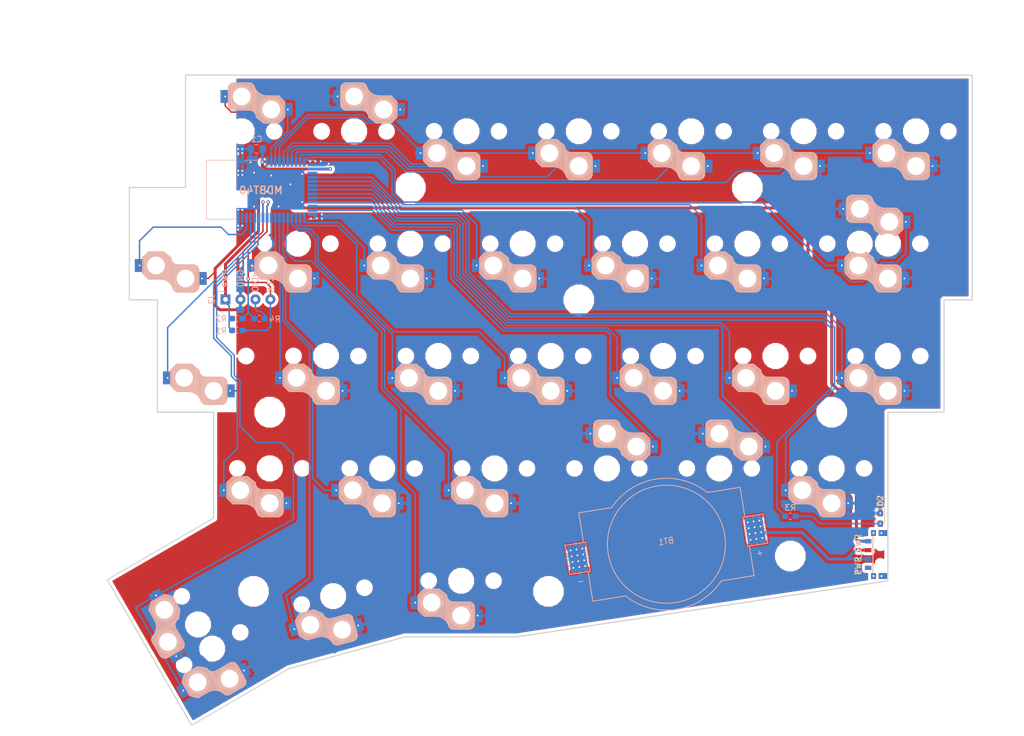
<source format=kicad_pcb>
(kicad_pcb (version 20171130) (host pcbnew "(5.0.1)-4")
  (layers (0 F.Cu signal) (31 B.Cu signal) (34 B.Paste user) (35 F.Paste user) (36 B.SilkS user) (37 F.SilkS user) (38 B.Mask user) (39 F.Mask user) (44 Edge.Cuts user))
  (net 0 "")
  (net 1 PWR)
  (net 2 GND)
  (net 3 "Net-(D1-Pad2)")
  (net 4 VCC)
  (net 5 SWCLK)
  (net 6 P21)
  (net 7 P22)
  (net 8 P23)
  (net 9 P24)
  (net 10 P25)
  (net 11 P26)
  (net 12 P27)
  (net 13 P28)
  (net 14 P29)
  (net 15 "Net-(MDBT40-Pad15)")
  (net 16 P30)
  (net 17 P0)
  (net 18 P1)
  (net 19 P2)
  (net 20 P3)
  (net 21 P4)
  (net 22 P5)
  (net 23 P6)
  (net 24 P7)
  (net 25 P8)
  (net 26 P9)
  (net 27 P10)
  (net 28 P11)
  (net 29 P12)
  (net 30 P13)
  (net 31 P14)
  (net 32 P15)
  (net 33 P16)
  (net 34 SWDIO)
  (net 35 P17)
  (net 36 P18)
  (net 37 P19)
  (net 38 P20)
  (net 39 "Net-(MDBT40-Pad41)")
  (net 40 "Net-(J2-Pad3)")
  (net 41 "Net-(PWR_SW2-Pad1)")
  (module mylib:conn_throuth_01x04_stlink (layer B.Cu) (at 102.55 87.4 270)
    (fp_text reference J2 (at 0 2.33 270) (layer B.SilkS) (effects (justify mirror)))
    (fp_text value Conn_01x04)
    (fp_text user PWR (at -3.556 0 270) (layer B.SilkS) (effects (justify mirror)))
    (fp_text user GND (at -3.556 -2.54 270) (layer B.SilkS) (effects (justify mirror)))
    (fp_text user SWDIO (at -3.556 -5.08 270) (layer B.SilkS) (effects (justify mirror)))
    (fp_text user SWCLK (at -3.556 -7.62 270) (layer B.SilkS) (effects (justify mirror)))
    (pad 4 thru_hole oval (at 0 -7.62 270) (size 1.7 1.7) (drill 0.8) (layers *.Cu *.Mask) (net 5 SWCLK))
    (pad 3 thru_hole oval (at 0 -5.08 270) (size 1.7 1.7) (drill 0.8) (layers *.Cu *.Mask) (net 40 "Net-(J2-Pad3)"))
    (pad 2 thru_hole oval (at 0 -2.54 270) (size 1.7 1.7) (drill 0.8) (layers *.Cu *.Mask) (net 2 GND))
    (pad 1 thru_hole rect (at 0 0 270) (size 1.7 1.7) (drill 0.8) (layers *.Cu *.Mask) (net 1 PWR))
  )
  (module mylib:EG1257_edge (layer F.Cu) (at 213.55 130.65 90)
    (fp_text reference PWR_SW2 (at 0 -3.75 90) (layer F.SilkS))
    (fp_text value SW_DIP_x01)
    (pad "" thru_hole circle (at 3.65 0.2 90) (size 0.6 0.6) (drill 0.3) (layers *.Cu))
    (pad "" thru_hole circle (at 3.65 -1.15 90) (size 0.6 0.6) (drill 0.3) (layers *.Cu))
    (pad "" thru_hole circle (at -3.65 0.2 90) (size 0.6 0.6) (drill 0.3) (layers *.Cu))
    (pad "" thru_hole circle (at -3.65 -1.15 90) (size 0.6 0.6) (drill 0.3) (layers *.Cu))
    (pad "" np_thru_hole circle (at -1.5 0 90) (size 0.8 0.8) (drill 0.8) (layers *.Cu *.Mask))
    (pad "" np_thru_hole circle (at 1.5 0 90) (size 0.8 0.8) (drill 0.8) (layers *.Cu *.Mask))
    (pad "" smd rect (at -3.65 -1.15 90) (size 1 0.8) (layers F.Cu F.Paste F.Mask))
    (pad "" smd rect (at -3.65 0.5 90) (size 1 1.5) (layers F.Cu F.Paste F.Mask))
    (pad "" smd rect (at 3.65 0.5 90) (size 1 1.5) (layers F.Cu F.Paste F.Mask))
    (pad "" smd rect (at 3.65 -1.15 90) (size 1 0.8) (layers F.Cu F.Paste F.Mask))
    (pad 3 smd rect (at 2.25 -2.05 90) (size 0.7 1.1) (layers F.Cu F.Paste F.Mask) (net 1 PWR))
    (pad 2 smd rect (at 0.75 -2.05 90) (size 0.7 1.1) (layers F.Cu F.Paste F.Mask) (net 4 VCC))
    (pad 1 smd rect (at -2.25 -2.05 90) (size 0.7 1.1) (layers F.Cu F.Paste F.Mask) (net 41 "Net-(PWR_SW2-Pad1)"))
  )
  (module mylib:EG1257_edge (layer B.Cu) (at 213.55 130.65 270)
    (fp_text reference PWR_SW1 (at 0 3.75 270) (layer B.SilkS) (effects (justify mirror)))
    (fp_text value SW_DIP_x01)
    (pad "" thru_hole circle (at 3.65 -0.2 270) (size 0.6 0.6) (drill 0.3) (layers *.Cu))
    (pad "" thru_hole circle (at 3.65 1.15 270) (size 0.6 0.6) (drill 0.3) (layers *.Cu))
    (pad "" thru_hole circle (at -3.65 -0.2 270) (size 0.6 0.6) (drill 0.3) (layers *.Cu))
    (pad "" thru_hole circle (at -3.65 1.15 270) (size 0.6 0.6) (drill 0.3) (layers *.Cu))
    (pad "" np_thru_hole circle (at -1.5 0 270) (size 0.8 0.8) (drill 0.8) (layers *.Cu *.Mask))
    (pad "" np_thru_hole circle (at 1.5 0 270) (size 0.8 0.8) (drill 0.8) (layers *.Cu *.Mask))
    (pad "" smd rect (at -3.65 1.15 270) (size 1 0.8) (layers B.Cu B.Paste B.Mask))
    (pad "" smd rect (at -3.65 -0.5 270) (size 1 1.5) (layers B.Cu B.Paste B.Mask))
    (pad "" smd rect (at 3.65 -0.5 270) (size 1 1.5) (layers B.Cu B.Paste B.Mask))
    (pad "" smd rect (at 3.65 1.15 270) (size 1 0.8) (layers B.Cu B.Paste B.Mask))
    (pad 3 smd rect (at 2.25 2.05 270) (size 0.7 1.1) (layers B.Cu B.Paste B.Mask))
    (pad 2 smd rect (at 0.75 2.05 270) (size 0.7 1.1) (layers B.Cu B.Paste B.Mask) (net 4 VCC))
    (pad 1 smd rect (at -2.25 2.05 270) (size 0.7 1.1) (layers B.Cu B.Paste B.Mask) (net 1 PWR))
  )
  (module mylib:bhsd-2032 (layer B.Cu) (at 177.3 128.9 9)
    (fp_text reference BT1 (at 0 -0.5 9) (layer B.SilkS) (effects (justify mirror)))
    (fp_text value Battery)
    (fp_text user - (at -15.3 3.9 9) (layer B.SilkS) (effects (justify mirror)))
    (fp_text user + (at 15.4 3.9 9) (layer B.SilkS) (effects (justify mirror)))
    (pad 1 thru_hole circle (at 16.2 -1.5 9) (size 0.6 0.6) (drill 0.3) (layers *.Cu) (net 4 VCC))
    (pad 1 thru_hole circle (at 15.2 -1.5 9) (size 0.6 0.6) (drill 0.3) (layers *.Cu) (net 4 VCC))
    (pad 1 thru_hole circle (at 16.2 -0.5 9) (size 0.6 0.6) (drill 0.3) (layers *.Cu) (net 4 VCC))
    (pad 1 thru_hole circle (at 14.2 -1.5 9) (size 0.6 0.6) (drill 0.3) (layers *.Cu) (net 4 VCC))
    (pad 1 thru_hole circle (at 15.2 -0.5 9) (size 0.6 0.6) (drill 0.3) (layers *.Cu) (net 4 VCC))
    (pad 1 thru_hole circle (at 14.2 -0.5 9) (size 0.6 0.6) (drill 0.3) (layers *.Cu) (net 4 VCC))
    (pad 1 thru_hole circle (at 16.2 0.5 9) (size 0.6 0.6) (drill 0.3) (layers *.Cu) (net 4 VCC))
    (pad 1 thru_hole circle (at 15.2 0.5 9) (size 0.6 0.6) (drill 0.3) (layers *.Cu) (net 4 VCC))
    (pad 1 thru_hole circle (at 16.2 1.5 9) (size 0.6 0.6) (drill 0.3) (layers *.Cu) (net 4 VCC))
    (pad 1 thru_hole circle (at 14.2 0.5 9) (size 0.6 0.6) (drill 0.3) (layers *.Cu) (net 4 VCC))
    (pad 1 thru_hole circle (at 15.199997 1.5 9) (size 0.6 0.6) (drill 0.3) (layers *.Cu) (net 4 VCC))
    (pad 1 thru_hole circle (at 14.2 1.5 9) (size 0.6 0.6) (drill 0.3) (layers *.Cu) (net 4 VCC))
    (pad 2 thru_hole circle (at -14.2 -1.5 9) (size 0.6 0.6) (drill 0.3) (layers *.Cu) (net 2 GND))
    (pad 2 thru_hole circle (at -15.199997 -1.5 9) (size 0.6 0.6) (drill 0.3) (layers *.Cu) (net 2 GND))
    (pad 2 thru_hole circle (at -14.2 -0.5 9) (size 0.6 0.6) (drill 0.3) (layers *.Cu) (net 2 GND))
    (pad 2 thru_hole circle (at -16.2 -1.5 9) (size 0.6 0.6) (drill 0.3) (layers *.Cu) (net 2 GND))
    (pad 2 thru_hole circle (at -15.2 -0.5 9) (size 0.6 0.6) (drill 0.3) (layers *.Cu) (net 2 GND))
    (pad 2 thru_hole circle (at -16.2 -0.5 9) (size 0.6 0.6) (drill 0.3) (layers *.Cu) (net 2 GND))
    (pad 2 thru_hole circle (at -14.2 0.5 9) (size 0.6 0.6) (drill 0.3) (layers *.Cu) (net 2 GND))
    (pad 2 thru_hole circle (at -15.2 0.5 9) (size 0.6 0.6) (drill 0.3) (layers *.Cu) (net 2 GND))
    (pad 2 thru_hole circle (at -16.2 0.5 9) (size 0.6 0.6) (drill 0.3) (layers *.Cu) (net 2 GND))
    (pad 2 thru_hole circle (at -14.2 1.5 9) (size 0.6 0.6) (drill 0.3) (layers *.Cu) (net 2 GND))
    (pad 2 thru_hole circle (at -15.2 1.5 9) (size 0.6 0.6) (drill 0.3) (layers *.Cu) (net 2 GND))
    (pad 2 thru_hole circle (at -16.2 1.5 9) (size 0.6 0.6) (drill 0.3) (layers *.Cu) (net 2 GND))
    (pad 2 smd rect (at -15.235 0 9) (size 3.05 4.57) (layers B.Cu B.Paste B.Mask) (net 2 GND))
    (pad 1 smd rect (at 15.235 0 9) (size 3.05 4.57) (layers B.Cu B.Paste B.Mask) (net 4 VCC))
  )
  (module mylib:Choc_Hotswap_1side (layer F.Cu) (at 214.8375 77.95 180)
    (fp_text reference SW28 hide)
    (fp_text value SW_PUSH hide)
    (pad 1 smd rect (at 7.8 -3.7 180) (size 1.6 2.2) (layers B.Cu B.Paste B.Mask) (net 13 P28))
    (pad 2 smd rect (at -2.8 -5.9 180) (size 1.6 2.2) (layers B.Cu B.Paste B.Mask) (net 2 GND))
    (pad "" np_thru_hole circle (at 5 -3.7 90) (size 3 3) (drill 3) (layers *.Cu *.Mask))
    (pad "" np_thru_hole circle (at 0 -5.9 90) (size 3 3) (drill 3) (layers *.Cu *.Mask))
    (pad "" np_thru_hole circle (at 0 0 90) (size 3.4 3.4) (drill 3.4) (layers *.Cu *.Mask))
    (pad "" np_thru_hole circle (at 5.5 0 90) (size 1.8 1.8) (drill 1.8) (layers *.Cu *.Mask))
    (pad "" np_thru_hole circle (at -5.5 0 90) (size 1.8 1.8) (drill 1.8) (layers *.Cu *.Mask))
    (pad 2 thru_hole circle (at -2.8 -5.9 180) (size 0.6 0.6) (drill 0.3) (layers *.Cu) (net 2 GND))
    (pad 1 thru_hole circle (at 7.8 -3.7 180) (size 0.6 0.6) (drill 0.3) (layers *.Cu) (net 13 P28))
  )
  (module mylib:Choc_Hotswap_1side_1.5u (layer F.Cu) (at 97.9 142.5 120)
    (fp_text reference SW17 hide)
    (fp_text value SW_PUSH hide)
    (pad 1 thru_hole circle (at 7.8 -3.7 120) (size 0.6 0.6) (drill 0.3) (layers *.Cu) (net 35 P17))
    (pad 2 thru_hole circle (at -2.8 -5.9 120) (size 0.6 0.6) (drill 0.3) (layers *.Cu) (net 2 GND))
    (pad "" np_thru_hole circle (at -5.5 0 30) (size 1.8 1.8) (drill 1.8) (layers *.Cu *.Mask))
    (pad "" np_thru_hole circle (at 5.5 0 30) (size 1.8 1.8) (drill 1.8) (layers *.Cu *.Mask))
    (pad "" np_thru_hole circle (at 0 0 30) (size 3.4 3.4) (drill 3.4) (layers *.Cu *.Mask))
    (pad "" np_thru_hole circle (at 0 -5.9 30) (size 3 3) (drill 3) (layers *.Cu *.Mask))
    (pad "" np_thru_hole circle (at 5 -3.7 30) (size 3 3) (drill 3) (layers *.Cu *.Mask))
    (pad 2 smd rect (at -2.8 -5.9 120) (size 1.6 2.2) (layers B.Cu B.Paste B.Mask) (net 2 GND))
    (pad 1 smd rect (at 7.8 -3.7 120) (size 1.6 2.2) (layers B.Cu B.Paste B.Mask) (net 35 P17))
  )
  (module mylib:Choc_Hotswap_1side (layer F.Cu) (at 100.3 146.6 210)
    (fp_text reference SW17_2 hide)
    (fp_text value SW_PUSH hide)
    (pad 1 smd rect (at 7.8 -3.7 210) (size 1.6 2.2) (layers B.Cu B.Paste B.Mask) (net 35 P17))
    (pad 2 smd rect (at -2.8 -5.9 210) (size 1.6 2.2) (layers B.Cu B.Paste B.Mask) (net 2 GND))
    (pad "" np_thru_hole circle (at 5 -3.7 120) (size 3 3) (drill 3) (layers *.Cu *.Mask))
    (pad "" np_thru_hole circle (at 0 -5.9 120) (size 3 3) (drill 3) (layers *.Cu *.Mask))
    (pad "" np_thru_hole circle (at 0 0 120) (size 3.4 3.4) (drill 3.4) (layers *.Cu *.Mask))
    (pad "" np_thru_hole circle (at 5.5 0 120) (size 1.8 1.8) (drill 1.8) (layers *.Cu *.Mask))
    (pad "" np_thru_hole circle (at -5.5 0 120) (size 1.8 1.8) (drill 1.8) (layers *.Cu *.Mask))
    (pad 2 thru_hole circle (at -2.8 -5.9 210) (size 0.6 0.6) (drill 0.3) (layers *.Cu) (net 2 GND))
    (pad 1 thru_hole circle (at 7.8 -3.7 210) (size 0.6 0.6) (drill 0.3) (layers *.Cu) (net 35 P17))
  )
  (module mylib:Choc_Hotswap_1side (layer F.Cu) (at 210.075 77.95)
    (fp_text reference SW28_2 hide)
    (fp_text value SW_PUSH hide)
    (pad 1 smd rect (at 7.8 -3.7) (size 1.6 2.2) (layers B.Cu B.Paste B.Mask) (net 13 P28))
    (pad 2 smd rect (at -2.8 -5.9) (size 1.6 2.2) (layers B.Cu B.Paste B.Mask) (net 2 GND))
    (pad "" np_thru_hole circle (at 5 -3.7 270) (size 3 3) (drill 3) (layers *.Cu *.Mask))
    (pad "" np_thru_hole circle (at 0 -5.9 270) (size 3 3) (drill 3) (layers *.Cu *.Mask))
    (pad "" np_thru_hole circle (at 0 0 270) (size 3.4 3.4) (drill 3.4) (layers *.Cu *.Mask))
    (pad "" np_thru_hole circle (at 5.5 0 270) (size 1.8 1.8) (drill 1.8) (layers *.Cu *.Mask))
    (pad "" np_thru_hole circle (at -5.5 0 270) (size 1.8 1.8) (drill 1.8) (layers *.Cu *.Mask))
    (pad 2 thru_hole circle (at -2.8 -5.9) (size 0.6 0.6) (drill 0.3) (layers *.Cu) (net 2 GND))
    (pad 1 thru_hole circle (at 7.8 -3.7) (size 0.6 0.6) (drill 0.3) (layers *.Cu) (net 13 P28))
  )
  (module mylib:Choc_Hotswap_1side (layer F.Cu) (at 171.975 77.95 180)
    (fp_text reference SW30 hide)
    (fp_text value SW_PUSH hide)
    (pad 1 smd rect (at 7.8 -3.7 180) (size 1.6 2.2) (layers B.Cu B.Paste B.Mask) (net 16 P30))
    (pad 2 smd rect (at -2.8 -5.9 180) (size 1.6 2.2) (layers B.Cu B.Paste B.Mask) (net 2 GND))
    (pad "" np_thru_hole circle (at 5 -3.7 90) (size 3 3) (drill 3) (layers *.Cu *.Mask))
    (pad "" np_thru_hole circle (at 0 -5.9 90) (size 3 3) (drill 3) (layers *.Cu *.Mask))
    (pad "" np_thru_hole circle (at 0 0 90) (size 3.4 3.4) (drill 3.4) (layers *.Cu *.Mask))
    (pad "" np_thru_hole circle (at 5.5 0 90) (size 1.8 1.8) (drill 1.8) (layers *.Cu *.Mask))
    (pad "" np_thru_hole circle (at -5.5 0 90) (size 1.8 1.8) (drill 1.8) (layers *.Cu *.Mask))
    (pad 2 thru_hole circle (at -2.8 -5.9 180) (size 0.6 0.6) (drill 0.3) (layers *.Cu) (net 2 GND))
    (pad 1 thru_hole circle (at 7.8 -3.7 180) (size 0.6 0.6) (drill 0.3) (layers *.Cu) (net 16 P30))
  )
  (module mylib:Choc_Hotswap_1side (layer F.Cu) (at 191.025 77.95 180)
    (fp_text reference SW29 hide)
    (fp_text value SW_PUSH hide)
    (pad 1 smd rect (at 7.8 -3.7 180) (size 1.6 2.2) (layers B.Cu B.Paste B.Mask) (net 14 P29))
    (pad 2 smd rect (at -2.8 -5.9 180) (size 1.6 2.2) (layers B.Cu B.Paste B.Mask) (net 2 GND))
    (pad "" np_thru_hole circle (at 5 -3.7 90) (size 3 3) (drill 3) (layers *.Cu *.Mask))
    (pad "" np_thru_hole circle (at 0 -5.9 90) (size 3 3) (drill 3) (layers *.Cu *.Mask))
    (pad "" np_thru_hole circle (at 0 0 90) (size 3.4 3.4) (drill 3.4) (layers *.Cu *.Mask))
    (pad "" np_thru_hole circle (at 5.5 0 90) (size 1.8 1.8) (drill 1.8) (layers *.Cu *.Mask))
    (pad "" np_thru_hole circle (at -5.5 0 90) (size 1.8 1.8) (drill 1.8) (layers *.Cu *.Mask))
    (pad 2 thru_hole circle (at -2.8 -5.9 180) (size 0.6 0.6) (drill 0.3) (layers *.Cu) (net 2 GND))
    (pad 1 thru_hole circle (at 7.8 -3.7 180) (size 0.6 0.6) (drill 0.3) (layers *.Cu) (net 14 P29))
  )
  (module mylib:Choc_Hotswap_1side (layer F.Cu) (at 219.6 58.9 180)
    (fp_text reference SW27 hide)
    (fp_text value SW_PUSH hide)
    (pad 1 smd rect (at 7.8 -3.7 180) (size 1.6 2.2) (layers B.Cu B.Paste B.Mask) (net 12 P27))
    (pad 2 smd rect (at -2.8 -5.9 180) (size 1.6 2.2) (layers B.Cu B.Paste B.Mask) (net 2 GND))
    (pad "" np_thru_hole circle (at 5 -3.7 90) (size 3 3) (drill 3) (layers *.Cu *.Mask))
    (pad "" np_thru_hole circle (at 0 -5.9 90) (size 3 3) (drill 3) (layers *.Cu *.Mask))
    (pad "" np_thru_hole circle (at 0 0 90) (size 3.4 3.4) (drill 3.4) (layers *.Cu *.Mask))
    (pad "" np_thru_hole circle (at 5.5 0 90) (size 1.8 1.8) (drill 1.8) (layers *.Cu *.Mask))
    (pad "" np_thru_hole circle (at -5.5 0 90) (size 1.8 1.8) (drill 1.8) (layers *.Cu *.Mask))
    (pad 2 thru_hole circle (at -2.8 -5.9 180) (size 0.6 0.6) (drill 0.3) (layers *.Cu) (net 2 GND))
    (pad 1 thru_hole circle (at 7.8 -3.7 180) (size 0.6 0.6) (drill 0.3) (layers *.Cu) (net 12 P27))
  )
  (module mylib:Choc_Hotswap_1side (layer F.Cu) (at 200.55 58.9 180)
    (fp_text reference SW26 hide)
    (fp_text value SW_PUSH hide)
    (pad 1 smd rect (at 7.8 -3.7 180) (size 1.6 2.2) (layers B.Cu B.Paste B.Mask) (net 11 P26))
    (pad 2 smd rect (at -2.8 -5.9 180) (size 1.6 2.2) (layers B.Cu B.Paste B.Mask) (net 2 GND))
    (pad "" np_thru_hole circle (at 5 -3.7 90) (size 3 3) (drill 3) (layers *.Cu *.Mask))
    (pad "" np_thru_hole circle (at 0 -5.9 90) (size 3 3) (drill 3) (layers *.Cu *.Mask))
    (pad "" np_thru_hole circle (at 0 0 90) (size 3.4 3.4) (drill 3.4) (layers *.Cu *.Mask))
    (pad "" np_thru_hole circle (at 5.5 0 90) (size 1.8 1.8) (drill 1.8) (layers *.Cu *.Mask))
    (pad "" np_thru_hole circle (at -5.5 0 90) (size 1.8 1.8) (drill 1.8) (layers *.Cu *.Mask))
    (pad 2 thru_hole circle (at -2.8 -5.9 180) (size 0.6 0.6) (drill 0.3) (layers *.Cu) (net 2 GND))
    (pad 1 thru_hole circle (at 7.8 -3.7 180) (size 0.6 0.6) (drill 0.3) (layers *.Cu) (net 11 P26))
  )
  (module mylib:Choc_Hotswap_1side (layer F.Cu) (at 181.5 58.9 180)
    (fp_text reference SW25 hide)
    (fp_text value SW_PUSH hide)
    (pad 1 smd rect (at 7.8 -3.7 180) (size 1.6 2.2) (layers B.Cu B.Paste B.Mask) (net 10 P25))
    (pad 2 smd rect (at -2.8 -5.9 180) (size 1.6 2.2) (layers B.Cu B.Paste B.Mask) (net 2 GND))
    (pad "" np_thru_hole circle (at 5 -3.7 90) (size 3 3) (drill 3) (layers *.Cu *.Mask))
    (pad "" np_thru_hole circle (at 0 -5.9 90) (size 3 3) (drill 3) (layers *.Cu *.Mask))
    (pad "" np_thru_hole circle (at 0 0 90) (size 3.4 3.4) (drill 3.4) (layers *.Cu *.Mask))
    (pad "" np_thru_hole circle (at 5.5 0 90) (size 1.8 1.8) (drill 1.8) (layers *.Cu *.Mask))
    (pad "" np_thru_hole circle (at -5.5 0 90) (size 1.8 1.8) (drill 1.8) (layers *.Cu *.Mask))
    (pad 2 thru_hole circle (at -2.8 -5.9 180) (size 0.6 0.6) (drill 0.3) (layers *.Cu) (net 2 GND))
    (pad 1 thru_hole circle (at 7.8 -3.7 180) (size 0.6 0.6) (drill 0.3) (layers *.Cu) (net 10 P25))
  )
  (module mylib:Choc_Hotswap_1side (layer F.Cu) (at 162.45 58.9 180)
    (fp_text reference SW24 hide)
    (fp_text value SW_PUSH hide)
    (pad 1 smd rect (at 7.8 -3.7 180) (size 1.6 2.2) (layers B.Cu B.Paste B.Mask) (net 9 P24))
    (pad 2 smd rect (at -2.8 -5.9 180) (size 1.6 2.2) (layers B.Cu B.Paste B.Mask) (net 2 GND))
    (pad "" np_thru_hole circle (at 5 -3.7 90) (size 3 3) (drill 3) (layers *.Cu *.Mask))
    (pad "" np_thru_hole circle (at 0 -5.9 90) (size 3 3) (drill 3) (layers *.Cu *.Mask))
    (pad "" np_thru_hole circle (at 0 0 90) (size 3.4 3.4) (drill 3.4) (layers *.Cu *.Mask))
    (pad "" np_thru_hole circle (at 5.5 0 90) (size 1.8 1.8) (drill 1.8) (layers *.Cu *.Mask))
    (pad "" np_thru_hole circle (at -5.5 0 90) (size 1.8 1.8) (drill 1.8) (layers *.Cu *.Mask))
    (pad 2 thru_hole circle (at -2.8 -5.9 180) (size 0.6 0.6) (drill 0.3) (layers *.Cu) (net 2 GND))
    (pad 1 thru_hole circle (at 7.8 -3.7 180) (size 0.6 0.6) (drill 0.3) (layers *.Cu) (net 9 P24))
  )
  (module mylib:Choc_Hotswap_1side (layer F.Cu) (at 143.4 58.9 180)
    (fp_text reference SW23 hide)
    (fp_text value SW_PUSH hide)
    (pad 1 smd rect (at 7.8 -3.7 180) (size 1.6 2.2) (layers B.Cu B.Paste B.Mask) (net 8 P23))
    (pad 2 smd rect (at -2.8 -5.9 180) (size 1.6 2.2) (layers B.Cu B.Paste B.Mask) (net 2 GND))
    (pad "" np_thru_hole circle (at 5 -3.7 90) (size 3 3) (drill 3) (layers *.Cu *.Mask))
    (pad "" np_thru_hole circle (at 0 -5.9 90) (size 3 3) (drill 3) (layers *.Cu *.Mask))
    (pad "" np_thru_hole circle (at 0 0 90) (size 3.4 3.4) (drill 3.4) (layers *.Cu *.Mask))
    (pad "" np_thru_hole circle (at 5.5 0 90) (size 1.8 1.8) (drill 1.8) (layers *.Cu *.Mask))
    (pad "" np_thru_hole circle (at -5.5 0 90) (size 1.8 1.8) (drill 1.8) (layers *.Cu *.Mask))
    (pad 2 thru_hole circle (at -2.8 -5.9 180) (size 0.6 0.6) (drill 0.3) (layers *.Cu) (net 2 GND))
    (pad 1 thru_hole circle (at 7.8 -3.7 180) (size 0.6 0.6) (drill 0.3) (layers *.Cu) (net 8 P23))
  )
  (module mylib:Choc_Hotswap_1side (layer F.Cu) (at 124.35 58.9)
    (fp_text reference SW22 hide)
    (fp_text value SW_PUSH hide)
    (pad 1 smd rect (at 7.8 -3.7) (size 1.6 2.2) (layers B.Cu B.Paste B.Mask) (net 7 P22))
    (pad 2 smd rect (at -2.8 -5.9) (size 1.6 2.2) (layers B.Cu B.Paste B.Mask) (net 2 GND))
    (pad "" np_thru_hole circle (at 5 -3.7 270) (size 3 3) (drill 3) (layers *.Cu *.Mask))
    (pad "" np_thru_hole circle (at 0 -5.9 270) (size 3 3) (drill 3) (layers *.Cu *.Mask))
    (pad "" np_thru_hole circle (at 0 0 270) (size 3.4 3.4) (drill 3.4) (layers *.Cu *.Mask))
    (pad "" np_thru_hole circle (at 5.5 0 270) (size 1.8 1.8) (drill 1.8) (layers *.Cu *.Mask))
    (pad "" np_thru_hole circle (at -5.5 0 270) (size 1.8 1.8) (drill 1.8) (layers *.Cu *.Mask))
    (pad 2 thru_hole circle (at -2.8 -5.9) (size 0.6 0.6) (drill 0.3) (layers *.Cu) (net 2 GND))
    (pad 1 thru_hole circle (at 7.8 -3.7) (size 0.6 0.6) (drill 0.3) (layers *.Cu) (net 7 P22))
  )
  (module mylib:Choc_Hotswap_1side (layer F.Cu) (at 105.3 58.9)
    (fp_text reference SW21 hide)
    (fp_text value SW_PUSH hide)
    (pad 1 smd rect (at 7.8 -3.7) (size 1.6 2.2) (layers B.Cu B.Paste B.Mask) (net 6 P21))
    (pad 2 smd rect (at -2.8 -5.9) (size 1.6 2.2) (layers B.Cu B.Paste B.Mask) (net 2 GND))
    (pad "" np_thru_hole circle (at 5 -3.7 270) (size 3 3) (drill 3) (layers *.Cu *.Mask))
    (pad "" np_thru_hole circle (at 0 -5.9 270) (size 3 3) (drill 3) (layers *.Cu *.Mask))
    (pad "" np_thru_hole circle (at 0 0 270) (size 3.4 3.4) (drill 3.4) (layers *.Cu *.Mask))
    (pad "" np_thru_hole circle (at 5.5 0 270) (size 1.8 1.8) (drill 1.8) (layers *.Cu *.Mask))
    (pad "" np_thru_hole circle (at -5.5 0 270) (size 1.8 1.8) (drill 1.8) (layers *.Cu *.Mask))
    (pad 2 thru_hole circle (at -2.8 -5.9) (size 0.6 0.6) (drill 0.3) (layers *.Cu) (net 2 GND))
    (pad 1 thru_hole circle (at 7.8 -3.7) (size 0.6 0.6) (drill 0.3) (layers *.Cu) (net 6 P21))
  )
  (module mylib:Choc_Hotswap_1side (layer F.Cu) (at 100.5375 97 180)
    (fp_text reference SW19 hide)
    (fp_text value SW_PUSH hide)
    (pad 1 smd rect (at 7.8 -3.7 180) (size 1.6 2.2) (layers B.Cu B.Paste B.Mask) (net 37 P19))
    (pad 2 smd rect (at -2.8 -5.9 180) (size 1.6 2.2) (layers B.Cu B.Paste B.Mask) (net 2 GND))
    (pad "" np_thru_hole circle (at 5 -3.7 90) (size 3 3) (drill 3) (layers *.Cu *.Mask))
    (pad "" np_thru_hole circle (at 0 -5.9 90) (size 3 3) (drill 3) (layers *.Cu *.Mask))
    (pad "" np_thru_hole circle (at 0 0 90) (size 3.4 3.4) (drill 3.4) (layers *.Cu *.Mask))
    (pad "" np_thru_hole circle (at 5.5 0 90) (size 1.8 1.8) (drill 1.8) (layers *.Cu *.Mask))
    (pad "" np_thru_hole circle (at -5.5 0 90) (size 1.8 1.8) (drill 1.8) (layers *.Cu *.Mask))
    (pad 2 thru_hole circle (at -2.8 -5.9 180) (size 0.6 0.6) (drill 0.3) (layers *.Cu) (net 2 GND))
    (pad 1 thru_hole circle (at 7.8 -3.7 180) (size 0.6 0.6) (drill 0.3) (layers *.Cu) (net 37 P19))
  )
  (module mylib:Choc_Hotswap_1side (layer F.Cu) (at 110.0625 116.05 180)
    (fp_text reference SW18 hide)
    (fp_text value SW_PUSH hide)
    (pad 1 smd rect (at 7.8 -3.7 180) (size 1.6 2.2) (layers B.Cu B.Paste B.Mask) (net 36 P18))
    (pad 2 smd rect (at -2.8 -5.9 180) (size 1.6 2.2) (layers B.Cu B.Paste B.Mask) (net 2 GND))
    (pad "" np_thru_hole circle (at 5 -3.7 90) (size 3 3) (drill 3) (layers *.Cu *.Mask))
    (pad "" np_thru_hole circle (at 0 -5.9 90) (size 3 3) (drill 3) (layers *.Cu *.Mask))
    (pad "" np_thru_hole circle (at 0 0 90) (size 3.4 3.4) (drill 3.4) (layers *.Cu *.Mask))
    (pad "" np_thru_hole circle (at 5.5 0 90) (size 1.8 1.8) (drill 1.8) (layers *.Cu *.Mask))
    (pad "" np_thru_hole circle (at -5.5 0 90) (size 1.8 1.8) (drill 1.8) (layers *.Cu *.Mask))
    (pad 2 thru_hole circle (at -2.8 -5.9 180) (size 0.6 0.6) (drill 0.3) (layers *.Cu) (net 2 GND))
    (pad 1 thru_hole circle (at 7.8 -3.7 180) (size 0.6 0.6) (drill 0.3) (layers *.Cu) (net 36 P18))
  )
  (module mylib:Choc_Hotswap_1side (layer F.Cu) (at 120.8 137.7 195)
    (fp_text reference SW16 hide)
    (fp_text value SW_PUSH hide)
    (pad 1 smd rect (at 7.8 -3.7 195) (size 1.6 2.2) (layers B.Cu B.Paste B.Mask) (net 31 P14))
    (pad 2 smd rect (at -2.8 -5.9 195) (size 1.6 2.2) (layers B.Cu B.Paste B.Mask) (net 2 GND))
    (pad "" np_thru_hole circle (at 5 -3.7 105) (size 3 3) (drill 3) (layers *.Cu *.Mask))
    (pad "" np_thru_hole circle (at 0 -5.9 105) (size 3 3) (drill 3) (layers *.Cu *.Mask))
    (pad "" np_thru_hole circle (at 0 0 105) (size 3.4 3.4) (drill 3.4) (layers *.Cu *.Mask))
    (pad "" np_thru_hole circle (at 5.5 0 105) (size 1.8 1.8) (drill 1.8) (layers *.Cu *.Mask))
    (pad "" np_thru_hole circle (at -5.5 0 105) (size 1.8 1.8) (drill 1.8) (layers *.Cu *.Mask))
    (pad 2 thru_hole circle (at -2.8 -5.9 195) (size 0.6 0.6) (drill 0.3) (layers *.Cu) (net 2 GND))
    (pad 1 thru_hole circle (at 7.8 -3.7 195) (size 0.6 0.6) (drill 0.3) (layers *.Cu) (net 31 P14))
  )
  (module mylib:Choc_Hotswap_1side (layer F.Cu) (at 142.5 135.1 180)
    (fp_text reference SW15 hide)
    (fp_text value SW_PUSH hide)
    (pad 1 smd rect (at 7.8 -3.7 180) (size 1.6 2.2) (layers B.Cu B.Paste B.Mask) (net 29 P12))
    (pad 2 smd rect (at -2.8 -5.9 180) (size 1.6 2.2) (layers B.Cu B.Paste B.Mask) (net 2 GND))
    (pad "" np_thru_hole circle (at 5 -3.7 90) (size 3 3) (drill 3) (layers *.Cu *.Mask))
    (pad "" np_thru_hole circle (at 0 -5.9 90) (size 3 3) (drill 3) (layers *.Cu *.Mask))
    (pad "" np_thru_hole circle (at 0 0 90) (size 3.4 3.4) (drill 3.4) (layers *.Cu *.Mask))
    (pad "" np_thru_hole circle (at 5.5 0 90) (size 1.8 1.8) (drill 1.8) (layers *.Cu *.Mask))
    (pad "" np_thru_hole circle (at -5.5 0 90) (size 1.8 1.8) (drill 1.8) (layers *.Cu *.Mask))
    (pad 2 thru_hole circle (at -2.8 -5.9 180) (size 0.6 0.6) (drill 0.3) (layers *.Cu) (net 2 GND))
    (pad 1 thru_hole circle (at 7.8 -3.7 180) (size 0.6 0.6) (drill 0.3) (layers *.Cu) (net 29 P12))
  )
  (module mylib:Choc_Hotswap_1side (layer F.Cu) (at 129.1125 116.05 180)
    (fp_text reference SW14 hide)
    (fp_text value SW_PUSH hide)
    (pad 1 smd rect (at 7.8 -3.7 180) (size 1.6 2.2) (layers B.Cu B.Paste B.Mask) (net 30 P13))
    (pad 2 smd rect (at -2.8 -5.9 180) (size 1.6 2.2) (layers B.Cu B.Paste B.Mask) (net 2 GND))
    (pad "" np_thru_hole circle (at 5 -3.7 90) (size 3 3) (drill 3) (layers *.Cu *.Mask))
    (pad "" np_thru_hole circle (at 0 -5.9 90) (size 3 3) (drill 3) (layers *.Cu *.Mask))
    (pad "" np_thru_hole circle (at 0 0 90) (size 3.4 3.4) (drill 3.4) (layers *.Cu *.Mask))
    (pad "" np_thru_hole circle (at 5.5 0 90) (size 1.8 1.8) (drill 1.8) (layers *.Cu *.Mask))
    (pad "" np_thru_hole circle (at -5.5 0 90) (size 1.8 1.8) (drill 1.8) (layers *.Cu *.Mask))
    (pad 2 thru_hole circle (at -2.8 -5.9 180) (size 0.6 0.6) (drill 0.3) (layers *.Cu) (net 2 GND))
    (pad 1 thru_hole circle (at 7.8 -3.7 180) (size 0.6 0.6) (drill 0.3) (layers *.Cu) (net 30 P13))
  )
  (module mylib:Choc_Hotswap_1side (layer F.Cu) (at 119.5875 97 180)
    (fp_text reference SW13 hide)
    (fp_text value SW_PUSH hide)
    (pad 1 smd rect (at 7.8 -3.7 180) (size 1.6 2.2) (layers B.Cu B.Paste B.Mask) (net 32 P15))
    (pad 2 smd rect (at -2.8 -5.9 180) (size 1.6 2.2) (layers B.Cu B.Paste B.Mask) (net 2 GND))
    (pad "" np_thru_hole circle (at 5 -3.7 90) (size 3 3) (drill 3) (layers *.Cu *.Mask))
    (pad "" np_thru_hole circle (at 0 -5.9 90) (size 3 3) (drill 3) (layers *.Cu *.Mask))
    (pad "" np_thru_hole circle (at 0 0 90) (size 3.4 3.4) (drill 3.4) (layers *.Cu *.Mask))
    (pad "" np_thru_hole circle (at 5.5 0 90) (size 1.8 1.8) (drill 1.8) (layers *.Cu *.Mask))
    (pad "" np_thru_hole circle (at -5.5 0 90) (size 1.8 1.8) (drill 1.8) (layers *.Cu *.Mask))
    (pad 2 thru_hole circle (at -2.8 -5.9 180) (size 0.6 0.6) (drill 0.3) (layers *.Cu) (net 2 GND))
    (pad 1 thru_hole circle (at 7.8 -3.7 180) (size 0.6 0.6) (drill 0.3) (layers *.Cu) (net 32 P15))
  )
  (module mylib:Choc_Hotswap_1side (layer F.Cu) (at 114.825 77.95 180)
    (fp_text reference SW12 hide)
    (fp_text value SW_PUSH hide)
    (pad 1 smd rect (at 7.8 -3.7 180) (size 1.6 2.2) (layers B.Cu B.Paste B.Mask) (net 33 P16))
    (pad 2 smd rect (at -2.8 -5.9 180) (size 1.6 2.2) (layers B.Cu B.Paste B.Mask) (net 2 GND))
    (pad "" np_thru_hole circle (at 5 -3.7 90) (size 3 3) (drill 3) (layers *.Cu *.Mask))
    (pad "" np_thru_hole circle (at 0 -5.9 90) (size 3 3) (drill 3) (layers *.Cu *.Mask))
    (pad "" np_thru_hole circle (at 0 0 90) (size 3.4 3.4) (drill 3.4) (layers *.Cu *.Mask))
    (pad "" np_thru_hole circle (at 5.5 0 90) (size 1.8 1.8) (drill 1.8) (layers *.Cu *.Mask))
    (pad "" np_thru_hole circle (at -5.5 0 90) (size 1.8 1.8) (drill 1.8) (layers *.Cu *.Mask))
    (pad 2 thru_hole circle (at -2.8 -5.9 180) (size 0.6 0.6) (drill 0.3) (layers *.Cu) (net 2 GND))
    (pad 1 thru_hole circle (at 7.8 -3.7 180) (size 0.6 0.6) (drill 0.3) (layers *.Cu) (net 33 P16))
  )
  (module mylib:Choc_Hotswap_1side (layer F.Cu) (at 148.1625 116.05 180)
    (fp_text reference SW11 hide)
    (fp_text value SW_PUSH hide)
    (pad 1 smd rect (at 7.8 -3.7 180) (size 1.6 2.2) (layers B.Cu B.Paste B.Mask) (net 28 P11))
    (pad 2 smd rect (at -2.8 -5.9 180) (size 1.6 2.2) (layers B.Cu B.Paste B.Mask) (net 2 GND))
    (pad "" np_thru_hole circle (at 5 -3.7 90) (size 3 3) (drill 3) (layers *.Cu *.Mask))
    (pad "" np_thru_hole circle (at 0 -5.9 90) (size 3 3) (drill 3) (layers *.Cu *.Mask))
    (pad "" np_thru_hole circle (at 0 0 90) (size 3.4 3.4) (drill 3.4) (layers *.Cu *.Mask))
    (pad "" np_thru_hole circle (at 5.5 0 90) (size 1.8 1.8) (drill 1.8) (layers *.Cu *.Mask))
    (pad "" np_thru_hole circle (at -5.5 0 90) (size 1.8 1.8) (drill 1.8) (layers *.Cu *.Mask))
    (pad 2 thru_hole circle (at -2.8 -5.9 180) (size 0.6 0.6) (drill 0.3) (layers *.Cu) (net 2 GND))
    (pad 1 thru_hole circle (at 7.8 -3.7 180) (size 0.6 0.6) (drill 0.3) (layers *.Cu) (net 28 P11))
  )
  (module mylib:Choc_Hotswap_1side (layer F.Cu) (at 167.2125 116.05)
    (fp_text reference SW10 hide)
    (fp_text value SW_PUSH hide)
    (pad 1 smd rect (at 7.8 -3.7) (size 1.6 2.2) (layers B.Cu B.Paste B.Mask) (net 24 P7))
    (pad 2 smd rect (at -2.8 -5.9) (size 1.6 2.2) (layers B.Cu B.Paste B.Mask) (net 2 GND))
    (pad "" np_thru_hole circle (at 5 -3.7 270) (size 3 3) (drill 3) (layers *.Cu *.Mask))
    (pad "" np_thru_hole circle (at 0 -5.9 270) (size 3 3) (drill 3) (layers *.Cu *.Mask))
    (pad "" np_thru_hole circle (at 0 0 270) (size 3.4 3.4) (drill 3.4) (layers *.Cu *.Mask))
    (pad "" np_thru_hole circle (at 5.5 0 270) (size 1.8 1.8) (drill 1.8) (layers *.Cu *.Mask))
    (pad "" np_thru_hole circle (at -5.5 0 270) (size 1.8 1.8) (drill 1.8) (layers *.Cu *.Mask))
    (pad 2 thru_hole circle (at -2.8 -5.9) (size 0.6 0.6) (drill 0.3) (layers *.Cu) (net 2 GND))
    (pad 1 thru_hole circle (at 7.8 -3.7) (size 0.6 0.6) (drill 0.3) (layers *.Cu) (net 24 P7))
  )
  (module mylib:Choc_Hotswap_1side (layer F.Cu) (at 186.2625 116.05)
    (fp_text reference SW9 hide)
    (fp_text value SW_PUSH hide)
    (pad 1 smd rect (at 7.8 -3.7) (size 1.6 2.2) (layers B.Cu B.Paste B.Mask) (net 22 P5))
    (pad 2 smd rect (at -2.8 -5.9) (size 1.6 2.2) (layers B.Cu B.Paste B.Mask) (net 2 GND))
    (pad "" np_thru_hole circle (at 5 -3.7 270) (size 3 3) (drill 3) (layers *.Cu *.Mask))
    (pad "" np_thru_hole circle (at 0 -5.9 270) (size 3 3) (drill 3) (layers *.Cu *.Mask))
    (pad "" np_thru_hole circle (at 0 0 270) (size 3.4 3.4) (drill 3.4) (layers *.Cu *.Mask))
    (pad "" np_thru_hole circle (at 5.5 0 270) (size 1.8 1.8) (drill 1.8) (layers *.Cu *.Mask))
    (pad "" np_thru_hole circle (at -5.5 0 270) (size 1.8 1.8) (drill 1.8) (layers *.Cu *.Mask))
    (pad 2 thru_hole circle (at -2.8 -5.9) (size 0.6 0.6) (drill 0.3) (layers *.Cu) (net 2 GND))
    (pad 1 thru_hole circle (at 7.8 -3.7) (size 0.6 0.6) (drill 0.3) (layers *.Cu) (net 22 P5))
  )
  (module mylib:Choc_Hotswap_1side (layer F.Cu) (at 205.3125 116.05 180)
    (fp_text reference SW8 hide)
    (fp_text value SW_PUSH hide)
    (pad 1 smd rect (at 7.8 -3.7 180) (size 1.6 2.2) (layers B.Cu B.Paste B.Mask) (net 19 P2))
    (pad 2 smd rect (at -2.8 -5.9 180) (size 1.6 2.2) (layers B.Cu B.Paste B.Mask) (net 2 GND))
    (pad "" np_thru_hole circle (at 5 -3.7 90) (size 3 3) (drill 3) (layers *.Cu *.Mask))
    (pad "" np_thru_hole circle (at 0 -5.9 90) (size 3 3) (drill 3) (layers *.Cu *.Mask))
    (pad "" np_thru_hole circle (at 0 0 90) (size 3.4 3.4) (drill 3.4) (layers *.Cu *.Mask))
    (pad "" np_thru_hole circle (at 5.5 0 90) (size 1.8 1.8) (drill 1.8) (layers *.Cu *.Mask))
    (pad "" np_thru_hole circle (at -5.5 0 90) (size 1.8 1.8) (drill 1.8) (layers *.Cu *.Mask))
    (pad 2 thru_hole circle (at -2.8 -5.9 180) (size 0.6 0.6) (drill 0.3) (layers *.Cu) (net 2 GND))
    (pad 1 thru_hole circle (at 7.8 -3.7 180) (size 0.6 0.6) (drill 0.3) (layers *.Cu) (net 19 P2))
  )
  (module mylib:Choc_Hotswap_1side (layer F.Cu) (at 138.6375 97 180)
    (fp_text reference SW7 hide)
    (fp_text value SW_PUSH hide)
    (pad 1 smd rect (at 7.8 -3.7 180) (size 1.6 2.2) (layers B.Cu B.Paste B.Mask) (net 27 P10))
    (pad 2 smd rect (at -2.8 -5.9 180) (size 1.6 2.2) (layers B.Cu B.Paste B.Mask) (net 2 GND))
    (pad "" np_thru_hole circle (at 5 -3.7 90) (size 3 3) (drill 3) (layers *.Cu *.Mask))
    (pad "" np_thru_hole circle (at 0 -5.9 90) (size 3 3) (drill 3) (layers *.Cu *.Mask))
    (pad "" np_thru_hole circle (at 0 0 90) (size 3.4 3.4) (drill 3.4) (layers *.Cu *.Mask))
    (pad "" np_thru_hole circle (at 5.5 0 90) (size 1.8 1.8) (drill 1.8) (layers *.Cu *.Mask))
    (pad "" np_thru_hole circle (at -5.5 0 90) (size 1.8 1.8) (drill 1.8) (layers *.Cu *.Mask))
    (pad 2 thru_hole circle (at -2.8 -5.9 180) (size 0.6 0.6) (drill 0.3) (layers *.Cu) (net 2 GND))
    (pad 1 thru_hole circle (at 7.8 -3.7 180) (size 0.6 0.6) (drill 0.3) (layers *.Cu) (net 27 P10))
  )
  (module mylib:Choc_Hotswap_1side (layer F.Cu) (at 157.6875 97 180)
    (fp_text reference SW6 hide)
    (fp_text value SW_PUSH hide)
    (pad 1 smd rect (at 7.8 -3.7 180) (size 1.6 2.2) (layers B.Cu B.Paste B.Mask) (net 26 P9))
    (pad 2 smd rect (at -2.8 -5.9 180) (size 1.6 2.2) (layers B.Cu B.Paste B.Mask) (net 2 GND))
    (pad "" np_thru_hole circle (at 5 -3.7 90) (size 3 3) (drill 3) (layers *.Cu *.Mask))
    (pad "" np_thru_hole circle (at 0 -5.9 90) (size 3 3) (drill 3) (layers *.Cu *.Mask))
    (pad "" np_thru_hole circle (at 0 0 90) (size 3.4 3.4) (drill 3.4) (layers *.Cu *.Mask))
    (pad "" np_thru_hole circle (at 5.5 0 90) (size 1.8 1.8) (drill 1.8) (layers *.Cu *.Mask))
    (pad "" np_thru_hole circle (at -5.5 0 90) (size 1.8 1.8) (drill 1.8) (layers *.Cu *.Mask))
    (pad 2 thru_hole circle (at -2.8 -5.9 180) (size 0.6 0.6) (drill 0.3) (layers *.Cu) (net 2 GND))
    (pad 1 thru_hole circle (at 7.8 -3.7 180) (size 0.6 0.6) (drill 0.3) (layers *.Cu) (net 26 P9))
  )
  (module mylib:Choc_Hotswap_1side (layer F.Cu) (at 176.7375 97 180)
    (fp_text reference SW5 hide)
    (fp_text value SW_PUSH hide)
    (pad 1 smd rect (at 7.8 -3.7 180) (size 1.6 2.2) (layers B.Cu B.Paste B.Mask) (net 23 P6))
    (pad 2 smd rect (at -2.8 -5.9 180) (size 1.6 2.2) (layers B.Cu B.Paste B.Mask) (net 2 GND))
    (pad "" np_thru_hole circle (at 5 -3.7 90) (size 3 3) (drill 3) (layers *.Cu *.Mask))
    (pad "" np_thru_hole circle (at 0 -5.9 90) (size 3 3) (drill 3) (layers *.Cu *.Mask))
    (pad "" np_thru_hole circle (at 0 0 90) (size 3.4 3.4) (drill 3.4) (layers *.Cu *.Mask))
    (pad "" np_thru_hole circle (at 5.5 0 90) (size 1.8 1.8) (drill 1.8) (layers *.Cu *.Mask))
    (pad "" np_thru_hole circle (at -5.5 0 90) (size 1.8 1.8) (drill 1.8) (layers *.Cu *.Mask))
    (pad 2 thru_hole circle (at -2.8 -5.9 180) (size 0.6 0.6) (drill 0.3) (layers *.Cu) (net 2 GND))
    (pad 1 thru_hole circle (at 7.8 -3.7 180) (size 0.6 0.6) (drill 0.3) (layers *.Cu) (net 23 P6))
  )
  (module mylib:Choc_Hotswap_1side (layer F.Cu) (at 195.7875 97 180)
    (fp_text reference SW4 hide)
    (fp_text value SW_PUSH hide)
    (pad 1 smd rect (at 7.8 -3.7 180) (size 1.6 2.2) (layers B.Cu B.Paste B.Mask) (net 21 P4))
    (pad 2 smd rect (at -2.8 -5.9 180) (size 1.6 2.2) (layers B.Cu B.Paste B.Mask) (net 2 GND))
    (pad "" np_thru_hole circle (at 5 -3.7 90) (size 3 3) (drill 3) (layers *.Cu *.Mask))
    (pad "" np_thru_hole circle (at 0 -5.9 90) (size 3 3) (drill 3) (layers *.Cu *.Mask))
    (pad "" np_thru_hole circle (at 0 0 90) (size 3.4 3.4) (drill 3.4) (layers *.Cu *.Mask))
    (pad "" np_thru_hole circle (at 5.5 0 90) (size 1.8 1.8) (drill 1.8) (layers *.Cu *.Mask))
    (pad "" np_thru_hole circle (at -5.5 0 90) (size 1.8 1.8) (drill 1.8) (layers *.Cu *.Mask))
    (pad 2 thru_hole circle (at -2.8 -5.9 180) (size 0.6 0.6) (drill 0.3) (layers *.Cu) (net 2 GND))
    (pad 1 thru_hole circle (at 7.8 -3.7 180) (size 0.6 0.6) (drill 0.3) (layers *.Cu) (net 21 P4))
  )
  (module mylib:Choc_Hotswap_1side (layer F.Cu) (at 214.8375 97 180)
    (fp_text reference SW3 hide)
    (fp_text value SW_PUSH hide)
    (pad 1 smd rect (at 7.8 -3.7 180) (size 1.6 2.2) (layers B.Cu B.Paste B.Mask) (net 18 P1))
    (pad 2 smd rect (at -2.8 -5.9 180) (size 1.6 2.2) (layers B.Cu B.Paste B.Mask) (net 2 GND))
    (pad "" np_thru_hole circle (at 5 -3.7 90) (size 3 3) (drill 3) (layers *.Cu *.Mask))
    (pad "" np_thru_hole circle (at 0 -5.9 90) (size 3 3) (drill 3) (layers *.Cu *.Mask))
    (pad "" np_thru_hole circle (at 0 0 90) (size 3.4 3.4) (drill 3.4) (layers *.Cu *.Mask))
    (pad "" np_thru_hole circle (at 5.5 0 90) (size 1.8 1.8) (drill 1.8) (layers *.Cu *.Mask))
    (pad "" np_thru_hole circle (at -5.5 0 90) (size 1.8 1.8) (drill 1.8) (layers *.Cu *.Mask))
    (pad 2 thru_hole circle (at -2.8 -5.9 180) (size 0.6 0.6) (drill 0.3) (layers *.Cu) (net 2 GND))
    (pad 1 thru_hole circle (at 7.8 -3.7 180) (size 0.6 0.6) (drill 0.3) (layers *.Cu) (net 18 P1))
  )
  (module mylib:Choc_Hotswap_1side (layer F.Cu) (at 133.875 77.95 180)
    (fp_text reference SW2 hide)
    (fp_text value SW_PUSH hide)
    (pad 1 smd rect (at 7.8 -3.7 180) (size 1.6 2.2) (layers B.Cu B.Paste B.Mask) (net 25 P8))
    (pad 2 smd rect (at -2.8 -5.9 180) (size 1.6 2.2) (layers B.Cu B.Paste B.Mask) (net 2 GND))
    (pad "" np_thru_hole circle (at 5 -3.7 90) (size 3 3) (drill 3) (layers *.Cu *.Mask))
    (pad "" np_thru_hole circle (at 0 -5.9 90) (size 3 3) (drill 3) (layers *.Cu *.Mask))
    (pad "" np_thru_hole circle (at 0 0 90) (size 3.4 3.4) (drill 3.4) (layers *.Cu *.Mask))
    (pad "" np_thru_hole circle (at 5.5 0 90) (size 1.8 1.8) (drill 1.8) (layers *.Cu *.Mask))
    (pad "" np_thru_hole circle (at -5.5 0 90) (size 1.8 1.8) (drill 1.8) (layers *.Cu *.Mask))
    (pad 2 thru_hole circle (at -2.8 -5.9 180) (size 0.6 0.6) (drill 0.3) (layers *.Cu) (net 2 GND))
    (pad 1 thru_hole circle (at 7.8 -3.7 180) (size 0.6 0.6) (drill 0.3) (layers *.Cu) (net 25 P8))
  )
  (module mylib:Choc_Hotswap_1side (layer F.Cu) (at 152.925 77.95 180)
    (fp_text reference SW1 hide)
    (fp_text value SW_PUSH hide)
    (pad 1 smd rect (at 7.8 -3.7 180) (size 1.6 2.2) (layers B.Cu B.Paste B.Mask) (net 17 P0))
    (pad 2 smd rect (at -2.8 -5.9 180) (size 1.6 2.2) (layers B.Cu B.Paste B.Mask) (net 2 GND))
    (pad "" np_thru_hole circle (at 5 -3.7 90) (size 3 3) (drill 3) (layers *.Cu *.Mask))
    (pad "" np_thru_hole circle (at 0 -5.9 90) (size 3 3) (drill 3) (layers *.Cu *.Mask))
    (pad "" np_thru_hole circle (at 0 0 90) (size 3.4 3.4) (drill 3.4) (layers *.Cu *.Mask))
    (pad "" np_thru_hole circle (at 5.5 0 90) (size 1.8 1.8) (drill 1.8) (layers *.Cu *.Mask))
    (pad "" np_thru_hole circle (at -5.5 0 90) (size 1.8 1.8) (drill 1.8) (layers *.Cu *.Mask))
    (pad 2 thru_hole circle (at -2.8 -5.9 180) (size 0.6 0.6) (drill 0.3) (layers *.Cu) (net 2 GND))
    (pad 1 thru_hole circle (at 7.8 -3.7 180) (size 0.6 0.6) (drill 0.3) (layers *.Cu) (net 17 P0))
  )
  (module mylib:Choc_Hotswap_1side (layer F.Cu) (at 95.775 77.95 180)
    (fp_text reference SW20 hide)
    (fp_text value SW_PUSH hide)
    (pad 1 smd rect (at 7.8 -3.7 180) (size 1.6 2.2) (layers B.Cu B.Paste B.Mask) (net 38 P20))
    (pad 2 smd rect (at -2.8 -5.9 180) (size 1.6 2.2) (layers B.Cu B.Paste B.Mask) (net 2 GND))
    (pad "" np_thru_hole circle (at 5 -3.7 90) (size 3 3) (drill 3) (layers *.Cu *.Mask))
    (pad "" np_thru_hole circle (at 0 -5.9 90) (size 3 3) (drill 3) (layers *.Cu *.Mask))
    (pad "" np_thru_hole circle (at 0 0 90) (size 3.4 3.4) (drill 3.4) (layers *.Cu *.Mask))
    (pad "" np_thru_hole circle (at 5.5 0 90) (size 1.8 1.8) (drill 1.8) (layers *.Cu *.Mask))
    (pad "" np_thru_hole circle (at -5.5 0 90) (size 1.8 1.8) (drill 1.8) (layers *.Cu *.Mask))
    (pad 2 thru_hole circle (at -2.8 -5.9 180) (size 0.6 0.6) (drill 0.3) (layers *.Cu) (net 2 GND))
    (pad 1 thru_hole circle (at 7.8 -3.7 180) (size 0.6 0.6) (drill 0.3) (layers *.Cu) (net 38 P20))
  )
  (module mylib:hole_4.2mm (layer F.Cu) (at 198.3 130.9)
    (fp_text reference "" hide)
    (fp_text value "")
    (pad "" np_thru_hole circle (at 0 0) (size 4.2 4.2) (drill 4.2) (layers *.Cu *.Mask))
  )
  (module mylib:hole_4.2mm (layer F.Cu) (at 157.3 136.9)
    (fp_text reference "" hide)
    (fp_text value "")
    (pad "" np_thru_hole circle (at 0 0) (size 4.2 4.2) (drill 4.2) (layers *.Cu *.Mask))
  )
  (module mylib:hole_4.2mm (layer F.Cu) (at 107.3 136.9)
    (fp_text reference "" hide)
    (fp_text value "")
    (pad "" np_thru_hole circle (at 0 0) (size 4.2 4.2) (drill 4.2) (layers *.Cu *.Mask))
  )
  (module mylib:hole_4.2mm (layer F.Cu) (at 205.3125 106.525)
    (fp_text reference "" hide)
    (fp_text value "")
    (pad "" np_thru_hole circle (at 0 0) (size 4.2 4.2) (drill 4.2) (layers *.Cu *.Mask))
  )
  (module mylib:hole_4.2mm (layer F.Cu) (at 162.45 87.475)
    (fp_text reference "" hide)
    (fp_text value "")
    (pad "" np_thru_hole circle (at 0 0) (size 4.2 4.2) (drill 4.2) (layers *.Cu *.Mask))
  )
  (module mylib:hole_4.2mm (layer F.Cu) (at 110.0625 106.525)
    (fp_text reference "" hide)
    (fp_text value "")
    (pad "" np_thru_hole circle (at 0 0) (size 4.2 4.2) (drill 4.2) (layers *.Cu *.Mask))
  )
  (module mylib:hole_4.2mm (layer F.Cu) (at 133.875 68.425)
    (fp_text reference "" hide)
    (fp_text value "")
    (pad "" np_thru_hole circle (at 0 0) (size 4.2 4.2) (drill 4.2) (layers *.Cu *.Mask))
  )
  (module mylib:hole_4.2mm (layer F.Cu) (at 191.025 68.425)
    (fp_text reference "" hide)
    (fp_text value "")
    (pad "" np_thru_hole circle (at 0 0) (size 4.2 4.2) (drill 4.2) (layers *.Cu *.Mask))
  )
  (module Capacitor_SMD:C_0805_2012Metric_Pad1.15x1.40mm_HandSolder (layer B.Cu) (at 107.825 61.9 180)
    (fp_text reference C1 (at 0 1.65 180) (layer B.SilkS) (effects (justify mirror)))
    (fp_text value C)
    (pad 1 smd roundrect (at -1.025 0 180) (size 1.15 1.4) (layers B.Cu B.Paste B.Mask) (roundrect_rratio 0.217391) (net 1 PWR))
    (pad 2 smd roundrect (at 1.025 0 180) (size 1.15 1.4) (layers B.Cu B.Paste B.Mask) (roundrect_rratio 0.217391) (net 2 GND))
  )
  (module LED_SMD:LED_0603_1608Metric_Pad1.05x0.95mm_HandSolder (layer B.Cu) (at 213.55 124.525 270)
    (fp_text reference D1 (at -2.875 0 270) (layer B.SilkS) (effects (justify mirror)))
    (fp_text value LED)
    (pad 1 smd roundrect (at -0.875 0 270) (size 1.05 0.95) (layers B.Cu B.Paste B.Mask) (net 2 GND))
    (pad 2 smd roundrect (at 0.875 0 270) (size 1.05 0.95) (layers B.Cu B.Paste B.Mask) (net 3 "Net-(D1-Pad2)"))
  )
  (module 317030026:317030026 (layer B.Cu) (at 115.9 68.8 270)
    (fp_text reference MDBT40 (at 0.1 7.35) (layer B.SilkS) (effects (font (size 1.27 1.27) (thickness 0.254)) (justify mirror)))
    (fp_text value 317030026 hide)
    (pad 1 smd rect (at -4.75 11.2 180) (size 0.5 1.7) (layers B.Cu B.Paste B.Mask) (net 2 GND))
    (pad 2 smd rect (at -4.75 10.5 180) (size 0.5 1.7) (layers B.Cu B.Paste B.Mask) (net 2 GND))
    (pad 3 smd rect (at -4.75 6.3 180) (size 0.5 1.7) (layers B.Cu B.Paste B.Mask) (net 1 PWR))
    (pad 4 smd rect (at -4.75 5.6 180) (size 0.5 1.7) (layers B.Cu B.Paste B.Mask) (net 6 P21))
    (pad 5 smd rect (at -4.75 4.9 180) (size 0.5 1.7) (layers B.Cu B.Paste B.Mask) (net 7 P22))
    (pad 6 smd rect (at -4.75 4.2 180) (size 0.5 1.7) (layers B.Cu B.Paste B.Mask) (net 8 P23))
    (pad 7 smd rect (at -4.75 3.5 180) (size 0.5 1.7) (layers B.Cu B.Paste B.Mask) (net 9 P24))
    (pad 8 smd rect (at -4.75 2.8 180) (size 0.5 1.7) (layers B.Cu B.Paste B.Mask) (net 10 P25))
    (pad 9 smd rect (at -4.75 2.1 180) (size 0.5 1.7) (layers B.Cu B.Paste B.Mask) (net 11 P26))
    (pad 10 smd rect (at -4.75 1.4 180) (size 0.5 1.7) (layers B.Cu B.Paste B.Mask) (net 12 P27))
    (pad 11 smd rect (at -4.75 0.7 180) (size 0.5 1.7) (layers B.Cu B.Paste B.Mask) (net 13 P28))
    (pad 12 smd rect (at -4.75 0 180) (size 0.5 1.7) (layers B.Cu B.Paste B.Mask) (net 14 P29))
    (pad 13 smd rect (at -4.2 -1.4 270) (size 0.5 1.7) (layers B.Cu B.Paste B.Mask) (net 2 GND))
    (pad 14 smd rect (at -3.5 -1.4 270) (size 0.5 1.7) (layers B.Cu B.Paste B.Mask) (net 1 PWR))
    (pad 15 smd rect (at -2.8 -1.4 270) (size 0.5 1.7) (layers B.Cu B.Paste B.Mask) (net 15 "Net-(MDBT40-Pad15)"))
    (pad 16 smd rect (at -2.1 -1.4 270) (size 0.5 1.7) (layers B.Cu B.Paste B.Mask) (net 16 P30))
    (pad 17 smd rect (at -1.4 -1.4 270) (size 0.5 1.7) (layers B.Cu B.Paste B.Mask) (net 17 P0))
    (pad 18 smd rect (at -0.7 -1.4 270) (size 0.5 1.7) (layers B.Cu B.Paste B.Mask) (net 18 P1))
    (pad 19 smd rect (at 0 -1.4 270) (size 0.5 1.7) (layers B.Cu B.Paste B.Mask) (net 19 P2))
    (pad 20 smd rect (at 0.7 -1.4 270) (size 0.5 1.7) (layers B.Cu B.Paste B.Mask) (net 20 P3))
    (pad 21 smd rect (at 1.4 -1.4 270) (size 0.5 1.7) (layers B.Cu B.Paste B.Mask) (net 21 P4))
    (pad 22 smd rect (at 2.1 -1.4 270) (size 0.5 1.7) (layers B.Cu B.Paste B.Mask) (net 22 P5))
    (pad 23 smd rect (at 2.8 -1.4 270) (size 0.5 1.7) (layers B.Cu B.Paste B.Mask) (net 23 P6))
    (pad 24 smd rect (at 3.5 -1.4 270) (size 0.5 1.7) (layers B.Cu B.Paste B.Mask) (net 24 P7))
    (pad 25 smd rect (at 4.2 -1.4 270) (size 0.5 1.7) (layers B.Cu B.Paste B.Mask) (net 2 GND))
    (pad 26 smd rect (at 4.75 0 180) (size 0.5 1.7) (layers B.Cu B.Paste B.Mask) (net 25 P8))
    (pad 27 smd rect (at 4.75 0.7 180) (size 0.5 1.7) (layers B.Cu B.Paste B.Mask) (net 26 P9))
    (pad 28 smd rect (at 4.75 1.4 180) (size 0.5 1.7) (layers B.Cu B.Paste B.Mask) (net 27 P10))
    (pad 29 smd rect (at 4.75 2.1 180) (size 0.5 1.7) (layers B.Cu B.Paste B.Mask) (net 28 P11))
    (pad 30 smd rect (at 4.75 2.8 180) (size 0.5 1.7) (layers B.Cu B.Paste B.Mask) (net 29 P12))
    (pad 31 smd rect (at 4.75 3.5 180) (size 0.5 1.7) (layers B.Cu B.Paste B.Mask) (net 30 P13))
    (pad 32 smd rect (at 4.75 4.2 180) (size 0.5 1.7) (layers B.Cu B.Paste B.Mask) (net 31 P14))
    (pad 33 smd rect (at 4.75 4.9 180) (size 0.5 1.7) (layers B.Cu B.Paste B.Mask) (net 32 P15))
    (pad 34 smd rect (at 4.75 5.6 180) (size 0.5 1.7) (layers B.Cu B.Paste B.Mask) (net 33 P16))
    (pad 35 smd rect (at 4.75 6.3 180) (size 0.5 1.7) (layers B.Cu B.Paste B.Mask) (net 34 SWDIO))
    (pad 36 smd rect (at 4.75 7 180) (size 0.5 1.7) (layers B.Cu B.Paste B.Mask) (net 5 SWCLK))
    (pad 37 smd rect (at 4.75 7.7 180) (size 0.5 1.7) (layers B.Cu B.Paste B.Mask) (net 35 P17))
    (pad 38 smd rect (at 4.75 8.4 180) (size 0.5 1.7) (layers B.Cu B.Paste B.Mask) (net 36 P18))
    (pad 39 smd rect (at 4.75 9.1 180) (size 0.5 1.7) (layers B.Cu B.Paste B.Mask) (net 37 P19))
    (pad 40 smd rect (at 4.75 9.8 180) (size 0.5 1.7) (layers B.Cu B.Paste B.Mask) (net 38 P20))
    (pad 41 smd rect (at 4.75 10.5 180) (size 0.5 1.7) (layers B.Cu B.Paste B.Mask) (net 39 "Net-(MDBT40-Pad41)"))
    (pad 42 smd rect (at 4.75 11.2 180) (size 0.5 1.7) (layers B.Cu B.Paste B.Mask) (net 2 GND))
  )
  (module Resistor_SMD:R_0603_1608Metric_Pad1.05x0.95mm_HandSolder (layer B.Cu) (at 104.55 92.65)
    (fp_text reference R1 (at -2.75 0.1) (layer B.SilkS) (effects (justify mirror)))
    (fp_text value 10k)
    (pad 1 smd roundrect (at -0.875 0) (size 1.05 0.95) (layers B.Cu B.Paste B.Mask) (net 1 PWR))
    (pad 2 smd roundrect (at 0.875 0) (size 1.05 0.95) (layers B.Cu B.Paste B.Mask) (net 5 SWCLK))
  )
  (module Resistor_SMD:R_0603_1608Metric_Pad1.05x0.95mm_HandSolder (layer B.Cu) (at 104.55 90.65)
    (fp_text reference R2 (at -2.75 0.05) (layer B.SilkS) (effects (justify mirror)))
    (fp_text value 10k)
    (pad 1 smd roundrect (at -0.875 0) (size 1.05 0.95) (layers B.Cu B.Paste B.Mask) (net 1 PWR))
    (pad 2 smd roundrect (at 0.875 0) (size 1.05 0.95) (layers B.Cu B.Paste B.Mask) (net 34 SWDIO))
  )
  (module Resistor_SMD:R_0603_1608Metric_Pad1.05x0.95mm_HandSolder (layer B.Cu) (at 198.3 124.15 180)
    (fp_text reference R3 (at 0 1.43 180) (layer B.SilkS) (effects (justify mirror)))
    (fp_text value 470)
    (pad 2 smd roundrect (at 0.875 0 180) (size 1.05 0.95) (layers B.Cu B.Paste B.Mask) (net 20 P3))
    (pad 1 smd roundrect (at -0.875 0 180) (size 1.05 0.95) (layers B.Cu B.Paste B.Mask) (net 3 "Net-(D1-Pad2)"))
  )
  (module Resistor_SMD:R_0603_1608Metric_Pad1.05x0.95mm_HandSolder (layer B.Cu) (at 108.3 90.65 180)
    (fp_text reference R4 (at -2.625 -0.1 180) (layer B.SilkS) (effects (justify mirror)))
    (fp_text value 22)
    (pad 2 smd roundrect (at 0.875 0 180) (size 1.05 0.95) (layers B.Cu B.Paste B.Mask) (net 34 SWDIO))
    (pad 1 smd roundrect (at -0.875 0 180) (size 1.05 0.95) (layers B.Cu B.Paste B.Mask) (net 40 "Net-(J2-Pad3)"))
  )
  (module LED_SMD:LED_0603_1608Metric_Pad1.05x0.95mm_HandSolder (layer F.Cu) (at 213.55 124.55 270)
    (fp_text reference D2 (at -3 0 270) (layer F.SilkS))
    (fp_text value LED)
    (pad 1 smd roundrect (at -0.875 0 270) (size 1.05 0.95) (layers F.Cu F.Paste F.Mask) (net 2 GND))
    (pad 2 smd roundrect (at 0.875 0 270) (size 1.05 0.95) (layers F.Cu F.Paste F.Mask) (net 3 "Net-(D1-Pad2)"))
  )
  (gr_line (start 224.3625 106.525) (end 214.8375 106.525) (layer Edge.Cuts) (width 0.2))
  (gr_line (start 224.3625 87.475) (end 224.3625 106.525) (layer Edge.Cuts) (width 0.2))
  (gr_line (start 229.125 87.475) (end 224.3625 87.475) (layer Edge.Cuts) (width 0.2))
  (gr_line (start 229.125 49.375) (end 229.125 87.475) (layer Edge.Cuts) (width 0.2))
  (gr_line (start 95.775 49.375) (end 229.125 49.375) (layer Edge.Cuts) (width 0.2))
  (gr_line (start 95.775 68.425) (end 95.775 49.375) (layer Edge.Cuts) (width 0.2))
  (gr_line (start 86.25 68.425) (end 95.775 68.425) (layer Edge.Cuts) (width 0.2))
  (gr_line (start 86.25 87.475) (end 86.25 68.425) (layer Edge.Cuts) (width 0.2))
  (gr_line (start 91.0125 87.475) (end 86.25 87.475) (layer Edge.Cuts) (width 0.2))
  (gr_line (start 91.0125 106.525) (end 91.0125 87.475) (layer Edge.Cuts) (width 0.2))
  (gr_line (start 100.5375 106.525) (end 91.0125 106.525) (layer Edge.Cuts) (width 0.2))
  (gr_line (start 100.5375 106.525) (end 100.5375 124.5) (layer Edge.Cuts) (width 0.2))
  (gr_line (start 82.5 134.9) (end 100.5 124.5) (layer Edge.Cuts) (width 0.2))
  (gr_line (start 96.8 159.6) (end 82.5 134.9) (layer Edge.Cuts) (width 0.2))
  (gr_line (start 113.3 150) (end 96.8 159.6) (layer Edge.Cuts) (width 0.2))
  (gr_line (start 133 144.6) (end 113.3 150) (layer Edge.Cuts) (width 0.2))
  (gr_line (start 152 144.6) (end 133 144.6) (layer Edge.Cuts) (width 0.2))
  (gr_line (start 214.8375 135.1) (end 152 144.6) (layer Edge.Cuts) (width 0.2))
  (gr_line (start 214.8375 106.525) (end 214.8375 135.1) (layer Edge.Cuts) (width 0.2))
  (via (at 209.8 128.4) (size 0.6) (drill 0.3) (layers F.Cu B.Cu) (net 1))
  (segment (start 110.3 67.9) (end 110.3 67.9) (width 0.5) (layer F.Cu) (net 1))
  (via (at 108.8 64.15) (size 0.6) (drill 0.3) (layers F.Cu B.Cu) (net 1))
  (segment (start 117.3 65.3) (end 120.3 65.3) (width 0.5) (layer B.Cu) (net 1))
  (segment (start 120.3 65.3) (end 120.3 65.3) (width 0.5) (layer B.Cu) (net 1))
  (via (at 120.3 65.3) (size 0.6) (drill 0.3) (layers F.Cu B.Cu) (net 1))
  (segment (start 108.8 61.95) (end 108.85 61.9) (width 0.5) (layer B.Cu) (net 1))
  (segment (start 108.8 64.15) (end 108.8 61.95) (width 0.5) (layer B.Cu) (net 1))
  (segment (start 108.9 64.05) (end 108.8 64.15) (width 0.5) (layer B.Cu) (net 1))
  (segment (start 109.6 64.05) (end 108.9 64.05) (width 0.5) (layer B.Cu) (net 1))
  (segment (start 108.8 65.3) (end 108.8 66.4) (width 0.5) (layer F.Cu) (net 1))
  (segment (start 108.8 64.15) (end 108.8 64.65) (width 0.25) (layer F.Cu) (net 1))
  (segment (start 108.8 65.35) (end 108.8 64.2) (width 0.5) (layer F.Cu) (net 1))
  (segment (start 109.45 65.3) (end 108.8 64.65) (width 0.5) (layer F.Cu) (net 1))
  (segment (start 120.3 65.3) (end 109.45 65.3) (width 0.5) (layer F.Cu) (net 1))
  (segment (start 103.175 91.35) (end 103.175 89.65) (width 0.25) (layer B.Cu) (net 1))
  (segment (start 103.175 88.025) (end 102.55 87.4) (width 0.25) (layer B.Cu) (net 1))
  (segment (start 103.175 89.65) (end 103.175 88.525) (width 0.25) (layer B.Cu) (net 1))
  (segment (start 102.55 87.4) (end 102.55 87.9) (width 0.25) (layer B.Cu) (net 1))
  (segment (start 102.55 87.9) (end 103.175 88.525) (width 0.25) (layer B.Cu) (net 1))
  (segment (start 102.55 81.436814) (end 106.3 77.686814) (width 0.5) (layer F.Cu) (net 1))
  (segment (start 102.55 87.4) (end 102.55 81.436814) (width 0.5) (layer F.Cu) (net 1))
  (segment (start 108.149999 75.836815) (end 106.3 77.686814) (width 0.5) (layer F.Cu) (net 1))
  (segment (start 108.8 66.4) (end 108.149999 67.050001) (width 0.5) (layer F.Cu) (net 1))
  (segment (start 108.149999 67.050001) (end 108.149999 75.836815) (width 0.5) (layer F.Cu) (net 1))
  (segment (start 103.175 92.15) (end 103.675 92.65) (width 0.25) (layer B.Cu) (net 1))
  (segment (start 103.675 90.65) (end 103.175 90.15) (width 0.25) (layer B.Cu) (net 1))
  (segment (start 103.175 90.15) (end 103.175 92.15) (width 0.25) (layer B.Cu) (net 1))
  (segment (start 211.5 128.4) (end 209.8 128.4) (width 0.5) (layer B.Cu) (net 1))
  (segment (start 211.5 128.4) (end 209.8 128.4) (width 0.5) (layer F.Cu) (net 1))
  (segment (start 114.3 71.9) (end 108.8 66.4) (width 0.5) (layer F.Cu) (net 1))
  (segment (start 199.3 71.9) (end 114.3 71.9) (width 0.5) (layer F.Cu) (net 1))
  (segment (start 201.3 73.9) (end 199.3 71.9) (width 0.5) (layer F.Cu) (net 1))
  (segment (start 205.3 85.9) (end 201.3 81.9) (width 0.5) (layer F.Cu) (net 1))
  (segment (start 209.500001 128.100001) (end 209.500001 120.350001) (width 0.5) (layer F.Cu) (net 1))
  (segment (start 201.3 81.9) (end 201.3 73.9) (width 0.5) (layer F.Cu) (net 1))
  (segment (start 209.500001 120.350001) (end 208.55 119.4) (width 0.5) (layer F.Cu) (net 1))
  (segment (start 208.55 119.4) (end 208.55 104.9) (width 0.5) (layer F.Cu) (net 1))
  (segment (start 208.55 104.9) (end 205.3 101.65) (width 0.5) (layer F.Cu) (net 1))
  (segment (start 209.8 128.4) (end 209.500001 128.100001) (width 0.5) (layer F.Cu) (net 1))
  (segment (start 205.3 101.65) (end 205.3 85.9) (width 0.5) (layer F.Cu) (net 1))
  (via (at 118.05 73.65) (size 0.6) (drill 0.3) (layers F.Cu B.Cu) (net 2))
  (via (at 106.8 64.15) (size 0.6) (drill 0.3) (layers F.Cu B.Cu) (net 2))
  (segment (start 105.4 64.05) (end 104.7 64.05) (width 0.5) (layer B.Cu) (net 2))
  (segment (start 106.8 61.9) (end 106.8 64.15) (width 0.5) (layer B.Cu) (net 2))
  (segment (start 106.7 64.05) (end 106.8 64.15) (width 0.5) (layer B.Cu) (net 2))
  (segment (start 105.4 64.05) (end 106.7 64.05) (width 0.5) (layer B.Cu) (net 2))
  (segment (start 117.3 64.6) (end 118.65 64.6) (width 0.5) (layer B.Cu) (net 2))
  (via (at 120.05 64.4) (size 0.6) (drill 0.3) (layers F.Cu B.Cu) (net 2))
  (segment (start 119.889998 63.989998) (end 119.05 63.15) (width 0.5) (layer F.Cu) (net 2))
  (segment (start 107.8 63.15) (end 106.8 64.15) (width 0.5) (layer F.Cu) (net 2))
  (segment (start 119.05 63.15) (end 107.8 63.15) (width 0.5) (layer F.Cu) (net 2))
  (segment (start 100.8 88.4) (end 101.55 89.15) (width 0.5) (layer F.Cu) (net 2))
  (segment (start 100.8 82.15) (end 100.8 88.4) (width 0.5) (layer F.Cu) (net 2))
  (segment (start 129.05 103.9) (end 129.05 92.9) (width 0.5) (layer F.Cu) (net 2))
  (segment (start 138.55 125.9) (end 138.55 113.4) (width 0.5) (layer F.Cu) (net 2))
  (segment (start 138.55 113.4) (end 129.05 103.9) (width 0.5) (layer F.Cu) (net 2))
  (segment (start 100.8 82.675) (end 100.8 82.15) (width 0.25) (layer F.Cu) (net 2))
  (segment (start 99.625 83.85) (end 100.8 82.675) (width 0.25) (layer F.Cu) (net 2))
  (segment (start 98.575 83.85) (end 99.625 83.85) (width 0.25) (layer F.Cu) (net 2))
  (segment (start 102.5 54.6) (end 102.5 53) (width 0.25) (layer F.Cu) (net 2))
  (segment (start 106.8 61.4) (end 108.3 59.9) (width 0.25) (layer F.Cu) (net 2))
  (segment (start 106.8 64.15) (end 106.8 61.4) (width 0.25) (layer F.Cu) (net 2))
  (segment (start 108.3 59.9) (end 108.3 57.4) (width 0.25) (layer F.Cu) (net 2))
  (segment (start 108.3 57.4) (end 106.55 55.65) (width 0.25) (layer F.Cu) (net 2))
  (segment (start 106.55 55.65) (end 103.55 55.65) (width 0.25) (layer F.Cu) (net 2))
  (segment (start 103.55 55.65) (end 102.5 54.6) (width 0.25) (layer F.Cu) (net 2))
  (segment (start 136.675 85.275) (end 136.675 83.85) (width 0.25) (layer F.Cu) (net 2))
  (segment (start 129.05 92.9) (end 136.675 85.275) (width 0.25) (layer F.Cu) (net 2))
  (segment (start 137.725 83.85) (end 140.275 86.4) (width 0.25) (layer F.Cu) (net 2))
  (segment (start 136.675 83.85) (end 137.725 83.85) (width 0.25) (layer F.Cu) (net 2))
  (segment (start 155.725 84.15) (end 155.725 83.85) (width 0.25) (layer F.Cu) (net 2))
  (segment (start 153.475 86.4) (end 155.725 84.15) (width 0.25) (layer F.Cu) (net 2))
  (segment (start 140.275 86.4) (end 153.475 86.4) (width 0.25) (layer F.Cu) (net 2))
  (segment (start 145.3 141) (end 149.40625 141) (width 0.25) (layer B.Cu) (net 2))
  (segment (start 161.045264 130.984333) (end 161.177853 130.851744) (width 0.25) (layer B.Cu) (net 2))
  (segment (start 159.421917 130.984333) (end 161.045264 130.984333) (width 0.25) (layer B.Cu) (net 2))
  (segment (start 149.40625 141) (end 159.421917 130.984333) (width 0.25) (layer B.Cu) (net 2))
  (segment (start 125.959846 142.674269) (end 125.031625 142.674269) (width 0.25) (layer B.Cu) (net 2))
  (segment (start 136.326733 142.674269) (end 125.959846 142.674269) (width 0.25) (layer B.Cu) (net 2))
  (segment (start 139.826003 139.174999) (end 136.326733 142.674269) (width 0.25) (layer B.Cu) (net 2))
  (segment (start 143.774999 139.174999) (end 139.826003 139.174999) (width 0.25) (layer B.Cu) (net 2))
  (segment (start 145.3 140.7) (end 143.774999 139.174999) (width 0.25) (layer B.Cu) (net 2))
  (segment (start 145.3 141) (end 145.3 140.7) (width 0.25) (layer B.Cu) (net 2))
  (segment (start 164.4125 110.15) (end 164.4125 121.23125) (width 0.25) (layer B.Cu) (net 2))
  (segment (start 164.4125 121.23125) (end 160.06875 125.575) (width 0.25) (layer B.Cu) (net 2))
  (segment (start 161.220737 130.339529) (end 161.293479 130.412271) (width 0.25) (layer B.Cu) (net 2))
  (segment (start 161.001617 130.339529) (end 161.220737 130.339529) (width 0.25) (layer B.Cu) (net 2))
  (segment (start 160.06875 129.406662) (end 161.001617 130.339529) (width 0.25) (layer B.Cu) (net 2))
  (segment (start 160.06875 125.575) (end 160.06875 129.406662) (width 0.25) (layer B.Cu) (net 2))
  (segment (start 155.6375 125.575) (end 160.06875 125.575) (width 0.25) (layer B.Cu) (net 2))
  (segment (start 152.0125 121.95) (end 155.6375 125.575) (width 0.25) (layer B.Cu) (net 2))
  (segment (start 150.9625 121.95) (end 152.0125 121.95) (width 0.25) (layer B.Cu) (net 2))
  (segment (start 164.4125 108.8) (end 164.4125 110.15) (width 0.25) (layer B.Cu) (net 2))
  (segment (start 164.4125 105.775) (end 164.4125 108.8) (width 0.25) (layer B.Cu) (net 2))
  (segment (start 161.5375 102.9) (end 164.4125 105.775) (width 0.25) (layer B.Cu) (net 2))
  (segment (start 160.4875 102.9) (end 161.5375 102.9) (width 0.25) (layer B.Cu) (net 2))
  (segment (start 183.4625 108.8) (end 183.4625 110.15) (width 0.25) (layer B.Cu) (net 2))
  (segment (start 183.4625 105.775) (end 183.4625 108.8) (width 0.25) (layer B.Cu) (net 2))
  (segment (start 180.5875 102.9) (end 183.4625 105.775) (width 0.25) (layer B.Cu) (net 2))
  (segment (start 179.5375 102.9) (end 180.5875 102.9) (width 0.25) (layer B.Cu) (net 2))
  (segment (start 193.825 84.15) (end 193.825 83.85) (width 0.25) (layer F.Cu) (net 2))
  (segment (start 192.299999 85.675001) (end 193.825 84.15) (width 0.25) (layer F.Cu) (net 2))
  (segment (start 177.650001 85.675001) (end 192.299999 85.675001) (width 0.25) (layer F.Cu) (net 2))
  (segment (start 175.825 83.85) (end 177.650001 85.675001) (width 0.25) (layer F.Cu) (net 2))
  (segment (start 175.825 83.85) (end 174.775 83.85) (width 0.25) (layer F.Cu) (net 2))
  (segment (start 179.5375 87.5625) (end 175.825 83.85) (width 0.25) (layer F.Cu) (net 2))
  (segment (start 179.5375 102.9) (end 179.5375 87.5625) (width 0.25) (layer F.Cu) (net 2))
  (segment (start 180.5875 102.9) (end 179.5375 102.9) (width 0.25) (layer F.Cu) (net 2))
  (segment (start 182.412501 104.725001) (end 180.5875 102.9) (width 0.25) (layer F.Cu) (net 2))
  (segment (start 197.062499 104.725001) (end 182.412501 104.725001) (width 0.25) (layer F.Cu) (net 2))
  (segment (start 198.5875 103.2) (end 197.062499 104.725001) (width 0.25) (layer F.Cu) (net 2))
  (segment (start 198.5875 102.9) (end 198.5875 103.2) (width 0.25) (layer F.Cu) (net 2))
  (segment (start 217.6375 83.85) (end 217.6375 102.9) (width 0.25) (layer B.Cu) (net 2))
  (segment (start 207.275 70.7) (end 207.275 72.05) (width 0.25) (layer B.Cu) (net 2))
  (segment (start 207.275 67.675) (end 207.275 70.7) (width 0.25) (layer B.Cu) (net 2))
  (segment (start 204.4 64.8) (end 207.275 67.675) (width 0.25) (layer B.Cu) (net 2))
  (segment (start 203.35 64.8) (end 204.4 64.8) (width 0.25) (layer B.Cu) (net 2))
  (segment (start 222.4 65.1) (end 219.075 68.425) (width 0.25) (layer B.Cu) (net 2))
  (segment (start 222.4 64.8) (end 222.4 65.1) (width 0.25) (layer B.Cu) (net 2))
  (segment (start 219.075 68.425) (end 207.69375 68.425) (width 0.25) (layer B.Cu) (net 2))
  (segment (start 207.69375 68.09375) (end 207.275 67.675) (width 0.25) (layer B.Cu) (net 2))
  (segment (start 207.69375 68.425) (end 207.69375 68.09375) (width 0.25) (layer B.Cu) (net 2))
  (segment (start 104.798906 149.433585) (end 105.674871 150.30955) (width 0.25) (layer B.Cu) (net 2))
  (segment (start 100.136583 149.433585) (end 104.798906 149.433585) (width 0.25) (layer B.Cu) (net 2))
  (segment (start 98.577869 147.874871) (end 100.136583 149.433585) (width 0.25) (layer B.Cu) (net 2))
  (segment (start 94.19045 147.874871) (end 98.577869 147.874871) (width 0.25) (layer B.Cu) (net 2))
  (segment (start 124.307718 143.398176) (end 125.031625 142.674269) (width 0.25) (layer B.Cu) (net 2))
  (segment (start 124.307718 144.119278) (end 124.307718 143.398176) (width 0.25) (layer B.Cu) (net 2))
  (segment (start 121.177103 147.249893) (end 124.307718 144.119278) (width 0.25) (layer B.Cu) (net 2))
  (segment (start 108.734528 147.249893) (end 121.177103 147.249893) (width 0.25) (layer B.Cu) (net 2))
  (segment (start 105.674871 150.30955) (end 108.734528 147.249893) (width 0.25) (layer B.Cu) (net 2))
  (segment (start 131.9125 122.25) (end 131.9125 121.95) (width 0.25) (layer F.Cu) (net 2))
  (segment (start 130.387499 123.775001) (end 131.9125 122.25) (width 0.25) (layer F.Cu) (net 2))
  (segment (start 115.737501 123.775001) (end 130.387499 123.775001) (width 0.25) (layer F.Cu) (net 2))
  (segment (start 113.9125 121.95) (end 115.737501 123.775001) (width 0.25) (layer F.Cu) (net 2))
  (segment (start 112.8625 121.95) (end 113.9125 121.95) (width 0.25) (layer F.Cu) (net 2))
  (segment (start 137.8625 126.85) (end 139.5 126.85) (width 0.25) (layer F.Cu) (net 2))
  (segment (start 132.9625 121.95) (end 137.8625 126.85) (width 0.25) (layer F.Cu) (net 2))
  (segment (start 131.9125 121.95) (end 132.9625 121.95) (width 0.25) (layer F.Cu) (net 2))
  (segment (start 141.658956 129.008956) (end 139.5 126.85) (width 0.5) (layer F.Cu) (net 2))
  (segment (start 139.5 126.85) (end 138.55 125.9) (width 0.5) (layer F.Cu) (net 2))
  (segment (start 138.55 107.1375) (end 138.55 113.4) (width 0.25) (layer F.Cu) (net 2))
  (segment (start 141.4375 104.25) (end 138.55 107.1375) (width 0.25) (layer F.Cu) (net 2))
  (segment (start 141.4375 102.9) (end 141.4375 104.25) (width 0.25) (layer F.Cu) (net 2))
  (segment (start 124.4375 103.9) (end 129.05 103.9) (width 0.25) (layer F.Cu) (net 2))
  (segment (start 123.4375 102.9) (end 124.4375 103.9) (width 0.25) (layer F.Cu) (net 2))
  (segment (start 122.3875 102.9) (end 123.4375 102.9) (width 0.25) (layer F.Cu) (net 2))
  (segment (start 121.55 60.65) (end 119.05 63.15) (width 0.25) (layer F.Cu) (net 2))
  (segment (start 121.55 53) (end 121.55 60.65) (width 0.25) (layer F.Cu) (net 2))
  (segment (start 217.6375 84.15) (end 217.6375 83.85) (width 0.25) (layer B.Cu) (net 2))
  (segment (start 216.112499 85.675001) (end 217.6375 84.15) (width 0.25) (layer B.Cu) (net 2))
  (segment (start 196.700001 85.675001) (end 216.112499 85.675001) (width 0.25) (layer B.Cu) (net 2))
  (segment (start 194.875 83.85) (end 196.700001 85.675001) (width 0.25) (layer B.Cu) (net 2))
  (segment (start 193.825 83.85) (end 194.875 83.85) (width 0.25) (layer B.Cu) (net 2))
  (segment (start 222.4 66.15) (end 222.4 64.8) (width 0.25) (layer B.Cu) (net 2))
  (segment (start 222.4 80.1375) (end 222.4 66.15) (width 0.25) (layer B.Cu) (net 2))
  (segment (start 218.6875 83.85) (end 222.4 80.1375) (width 0.25) (layer B.Cu) (net 2))
  (segment (start 217.6375 83.85) (end 218.6875 83.85) (width 0.25) (layer B.Cu) (net 2))
  (segment (start 165.25 64.5) (end 165.25 64.8) (width 0.25) (layer F.Cu) (net 2))
  (segment (start 161.573999 62.974999) (end 163.724999 62.974999) (width 0.25) (layer F.Cu) (net 2))
  (segment (start 160.123997 64.425001) (end 161.573999 62.974999) (width 0.25) (layer F.Cu) (net 2))
  (segment (start 147.624999 64.425001) (end 160.123997 64.425001) (width 0.25) (layer F.Cu) (net 2))
  (segment (start 163.724999 62.974999) (end 165.25 64.5) (width 0.25) (layer F.Cu) (net 2))
  (segment (start 147.25 64.8) (end 147.624999 64.425001) (width 0.25) (layer F.Cu) (net 2))
  (segment (start 146.2 64.8) (end 147.25 64.8) (width 0.25) (layer F.Cu) (net 2))
  (segment (start 184.3 65.1) (end 184.3 64.8) (width 0.25) (layer F.Cu) (net 2))
  (segment (start 182.774999 66.625001) (end 184.3 65.1) (width 0.25) (layer F.Cu) (net 2))
  (segment (start 168.125001 66.625001) (end 182.774999 66.625001) (width 0.25) (layer F.Cu) (net 2))
  (segment (start 166.3 64.8) (end 168.125001 66.625001) (width 0.25) (layer F.Cu) (net 2))
  (segment (start 165.25 64.8) (end 166.3 64.8) (width 0.25) (layer F.Cu) (net 2))
  (segment (start 117.4 73) (end 118.05 73.65) (width 0.5) (layer B.Cu) (net 2))
  (segment (start 117.3 73) (end 117.4 73) (width 0.5) (layer B.Cu) (net 2))
  (segment (start 118.05 83.425) (end 117.625 83.85) (width 0.5) (layer F.Cu) (net 2))
  (segment (start 118.05 73.65) (end 118.05 83.425) (width 0.5) (layer F.Cu) (net 2))
  (segment (start 120.25 64.6) (end 120.05 64.4) (width 0.25) (layer F.Cu) (net 2))
  (segment (start 139.101002 64.6) (end 120.25 64.6) (width 0.25) (layer F.Cu) (net 2))
  (segment (start 140.726003 62.974999) (end 139.101002 64.6) (width 0.25) (layer F.Cu) (net 2))
  (segment (start 144.674999 62.974999) (end 140.726003 62.974999) (width 0.25) (layer F.Cu) (net 2))
  (segment (start 146.2 64.8) (end 146.2 64.5) (width 0.25) (layer F.Cu) (net 2))
  (segment (start 146.2 64.5) (end 144.674999 62.974999) (width 0.25) (layer F.Cu) (net 2))
  (segment (start 120.05 64.15) (end 119.889998 63.989998) (width 0.5) (layer F.Cu) (net 2))
  (segment (start 120.05 64.4) (end 120.05 64.15) (width 0.5) (layer F.Cu) (net 2))
  (segment (start 119.425736 64.6) (end 118.65 64.6) (width 0.5) (layer B.Cu) (net 2))
  (segment (start 119.625736 64.4) (end 119.425736 64.6) (width 0.5) (layer B.Cu) (net 2))
  (segment (start 120.05 64.4) (end 119.625736 64.4) (width 0.5) (layer B.Cu) (net 2))
  (segment (start 108.42 100.78) (end 108.42 89.15) (width 0.25) (layer F.Cu) (net 2))
  (segment (start 103.3375 102.9) (end 106.3 102.9) (width 0.25) (layer F.Cu) (net 2))
  (segment (start 106.3 102.9) (end 108.42 100.78) (width 0.25) (layer F.Cu) (net 2))
  (segment (start 107.4 75.55) (end 106.8 76.15) (width 0.5) (layer F.Cu) (net 2))
  (segment (start 106.8 64.15) (end 107.4 64.75) (width 0.5) (layer F.Cu) (net 2))
  (segment (start 107.4 64.75) (end 107.4 65.9) (width 0.5) (layer F.Cu) (net 2))
  (segment (start 104.7 73.55) (end 104.7 74.9) (width 0.5) (layer B.Cu) (net 2))
  (segment (start 104.7 75.55) (end 104.7 75.55) (width 0.5) (layer B.Cu) (net 2))
  (via (at 104.7 75.55) (size 0.6) (drill 0.3) (layers F.Cu B.Cu) (net 2))
  (segment (start 104.7 78.25) (end 104.55 78.4) (width 0.5) (layer F.Cu) (net 2))
  (segment (start 104.7 75.55) (end 104.7 78.25) (width 0.5) (layer F.Cu) (net 2))
  (segment (start 106.8 76.15) (end 104.55 78.4) (width 0.5) (layer F.Cu) (net 2))
  (segment (start 104.55 78.4) (end 100.8 82.15) (width 0.5) (layer F.Cu) (net 2))
  (segment (start 104.7 74.9) (end 104.7 75.55) (width 0.5) (layer B.Cu) (net 2))
  (via (at 104.7 74.9) (size 0.6) (drill 0.3) (layers F.Cu B.Cu) (net 2))
  (segment (start 104.7 74.9) (end 104.7 74.9) (width 0.5) (layer B.Cu) (net 2))
  (via (at 104.7 74.9) (size 0.6) (drill 0.3) (layers F.Cu B.Cu) (net 2))
  (via (at 105.4 74.9) (size 0.6) (drill 0.3) (layers F.Cu B.Cu) (net 2))
  (via (at 105.4 62.6) (size 0.6) (drill 0.3) (layers F.Cu B.Cu) (net 2))
  (via (at 105.4 61.9) (size 0.6) (drill 0.3) (layers F.Cu B.Cu) (net 2))
  (via (at 104.7 61.9) (size 0.6) (drill 0.3) (layers F.Cu B.Cu) (net 2))
  (via (at 104.7 62.6) (size 0.6) (drill 0.3) (layers F.Cu B.Cu) (net 2))
  (via (at 117 73.7) (size 0.6) (drill 0.3) (layers F.Cu B.Cu) (net 2))
  (via (at 118.9 73.7) (size 0.6) (drill 0.3) (layers F.Cu B.Cu) (net 2))
  (via (at 118.9 73) (size 0.6) (drill 0.3) (layers F.Cu B.Cu) (net 2))
  (via (at 116.9 64) (size 0.6) (drill 0.3) (layers F.Cu B.Cu) (net 2))
  (via (at 117.8 64) (size 0.6) (drill 0.3) (layers F.Cu B.Cu) (net 2))
  (via (at 118.7 64) (size 0.6) (drill 0.3) (layers F.Cu B.Cu) (net 2))
  (segment (start 107.4 65.9) (end 107.4 71.65) (width 0.5) (layer F.Cu) (net 2))
  (via (at 107.4 65.9) (size 0.6) (drill 0.3) (layers F.Cu B.Cu) (net 2))
  (segment (start 107.4 71.65) (end 107.4 75.55) (width 0.5) (layer F.Cu) (net 2))
  (via (at 107.4 71.65) (size 0.6) (drill 0.3) (layers F.Cu B.Cu) (net 2))
  (via (at 115.55 66.15) (size 0.6) (drill 0.3) (layers F.Cu B.Cu) (net 2))
  (via (at 115.55 70.9) (size 0.6) (drill 0.3) (layers F.Cu B.Cu) (net 2))
  (via (at 113.55 67.9) (size 0.6) (drill 0.3) (layers F.Cu B.Cu) (net 2))
  (via (at 110.3 66.4) (size 0.6) (drill 0.3) (layers F.Cu B.Cu) (net 2))
  (via (at 111.55 71.65) (size 0.6) (drill 0.3) (layers F.Cu B.Cu) (net 2))
  (via (at 109.55 69.15) (size 0.6) (drill 0.3) (layers F.Cu B.Cu) (net 2))
  (via (at 104.7 65.6) (size 0.6) (drill 0.3) (layers F.Cu B.Cu) (net 2))
  (via (at 105.4 65.6) (size 0.6) (drill 0.3) (layers F.Cu B.Cu) (net 2))
  (via (at 104.7 66.3) (size 0.6) (drill 0.3) (layers F.Cu B.Cu) (net 2))
  (via (at 105.4 66.3) (size 0.6) (drill 0.3) (layers F.Cu B.Cu) (net 2))
  (via (at 104.7 72.2) (size 0.6) (drill 0.3) (layers F.Cu B.Cu) (net 2))
  (via (at 105.4 72.2) (size 0.6) (drill 0.3) (layers F.Cu B.Cu) (net 2))
  (segment (start 104.7 73.55) (end 104.7 72.35001) (width 0.5) (layer B.Cu) (net 2))
  (segment (start 104.7 64.05) (end 104.7 65.6) (width 0.5) (layer B.Cu) (net 2))
  (segment (start 105.4 64.05) (end 105.4 65.6) (width 0.5) (layer B.Cu) (net 2))
  (segment (start 104.7 64.05) (end 104.7 62.6) (width 0.5) (layer B.Cu) (net 2))
  (segment (start 105.4 64.05) (end 105.4 62.6) (width 0.5) (layer B.Cu) (net 2))
  (segment (start 125.3 89.15) (end 125.55 89.4) (width 0.5) (layer F.Cu) (net 2))
  (segment (start 108.42 89.15) (end 125.3 89.15) (width 0.5) (layer F.Cu) (net 2))
  (segment (start 129.05 92.9) (end 125.55 89.4) (width 0.5) (layer F.Cu) (net 2))
  (segment (start 105.637919 89.15) (end 105.8 89.15) (width 0.5) (layer F.Cu) (net 2))
  (segment (start 105.09 88.602081) (end 105.637919 89.15) (width 0.5) (layer F.Cu) (net 2))
  (segment (start 105.09 87.4) (end 105.09 88.602081) (width 0.5) (layer F.Cu) (net 2))
  (segment (start 101.55 89.15) (end 105.8 89.15) (width 0.5) (layer F.Cu) (net 2))
  (segment (start 105.8 89.15) (end 108.42 89.15) (width 0.5) (layer F.Cu) (net 2))
  (segment (start 122.625 89.15) (end 125.3 89.15) (width 0.5) (layer F.Cu) (net 2))
  (segment (start 117.625 84.15) (end 122.625 89.15) (width 0.5) (layer F.Cu) (net 2))
  (segment (start 117.625 83.85) (end 117.625 84.15) (width 0.5) (layer F.Cu) (net 2))
  (segment (start 213.55 123.65) (end 213.55 123.65) (width 0.25) (layer B.Cu) (net 2))
  (via (at 213.55 123.65) (size 0.6) (drill 0.3) (layers F.Cu B.Cu) (net 2))
  (segment (start 209.1625 121.95) (end 208.1125 121.95) (width 0.25) (layer B.Cu) (net 2))
  (segment (start 212.475 121.95) (end 209.1625 121.95) (width 0.25) (layer B.Cu) (net 2))
  (segment (start 213.55 123.025) (end 212.475 121.95) (width 0.25) (layer B.Cu) (net 2))
  (segment (start 213.55 123.65) (end 213.55 123.025) (width 0.25) (layer B.Cu) (net 2))
  (segment (start 160.433916 129.008956) (end 162.20892 130.78396) (width 0.5) (layer F.Cu) (net 2))
  (segment (start 141.658956 129.008956) (end 160.433916 129.008956) (width 0.5) (layer F.Cu) (net 2))
  (segment (start 201.55 124.15) (end 199.175 124.15) (width 0.25) (layer B.Cu) (net 3))
  (segment (start 213.55 125.4) (end 213.55 125.4) (width 0.25) (layer B.Cu) (net 3))
  (via (at 213.55 125.4) (size 0.6) (drill 0.3) (layers F.Cu B.Cu) (net 3))
  (segment (start 213.55 125.4) (end 203.3 125.4) (width 0.25) (layer B.Cu) (net 3))
  (segment (start 202.05 124.15) (end 201.55 124.15) (width 0.25) (layer B.Cu) (net 3))
  (segment (start 203.3 125.4) (end 202.05 124.15) (width 0.25) (layer B.Cu) (net 3))
  (segment (start 193.115505 126.903544) (end 192.453581 126.24162) (width 0.25) (layer B.Cu) (net 4))
  (segment (start 211.5 129.9) (end 209.8 129.9) (width 0.5) (layer F.Cu) (net 4))
  (segment (start 209.8 129.9) (end 209.8 129.9) (width 0.5) (layer F.Cu) (net 4))
  (via (at 209.8 129.9) (size 0.6) (drill 0.3) (layers F.Cu B.Cu) (net 4))
  (segment (start 207.875736 131.4) (end 207.05 131.4) (width 0.5) (layer B.Cu) (net 4))
  (segment (start 209.375736 129.9) (end 207.875736 131.4) (width 0.5) (layer B.Cu) (net 4))
  (segment (start 209.8 129.9) (end 209.375736 129.9) (width 0.5) (layer B.Cu) (net 4))
  (segment (start 211.5 131.4) (end 207.05 131.4) (width 0.5) (layer B.Cu) (net 4))
  (segment (start 200.296456 126.903544) (end 192.972703 126.903544) (width 0.5) (layer B.Cu) (net 4))
  (segment (start 200.3 126.9) (end 200.296456 126.903544) (width 0.5) (layer B.Cu) (net 4))
  (segment (start 207.05 131.4) (end 204.8 131.4) (width 0.5) (layer B.Cu) (net 4))
  (segment (start 204.8 131.4) (end 200.3 126.9) (width 0.5) (layer B.Cu) (net 4))
  (segment (start 108.9 73.55) (end 108.9 72.45) (width 0.25) (layer B.Cu) (net 5))
  (segment (start 108.9 72.45) (end 108.9 71) (width 0.25) (layer B.Cu) (net 5))
  (segment (start 108.9 71) (end 108.9 71) (width 0.25) (layer B.Cu) (net 5))
  (via (at 108.9 70.9) (size 0.6) (drill 0.3) (layers F.Cu B.Cu) (net 5))
  (segment (start 108.9 71) (end 108.9 75.9) (width 0.25) (layer F.Cu) (net 5))
  (segment (start 105.55 79.25) (end 105.55 84.15) (width 0.25) (layer F.Cu) (net 5))
  (segment (start 108.9 75.9) (end 105.55 79.25) (width 0.25) (layer F.Cu) (net 5))
  (segment (start 105.925001 84.525001) (end 109.425001 84.525001) (width 0.25) (layer F.Cu) (net 5))
  (segment (start 105.55 84.15) (end 105.925001 84.525001) (width 0.25) (layer F.Cu) (net 5))
  (segment (start 110.17 85.27) (end 110.17 87.4) (width 0.25) (layer F.Cu) (net 5))
  (segment (start 109.425001 84.525001) (end 110.17 85.27) (width 0.25) (layer F.Cu) (net 5))
  (segment (start 105.425 92.65) (end 109.55 92.65) (width 0.25) (layer B.Cu) (net 5))
  (segment (start 110.17 92.03) (end 110.17 87.4) (width 0.25) (layer B.Cu) (net 5))
  (segment (start 109.55 92.65) (end 110.17 92.03) (width 0.25) (layer B.Cu) (net 5))
  (segment (start 113.1 58.85) (end 113.1 55.2) (width 0.25) (layer B.Cu) (net 6))
  (segment (start 110.3 64.05) (end 110.3 61.65) (width 0.25) (layer B.Cu) (net 6))
  (segment (start 110.3 61.65) (end 113.1 58.85) (width 0.25) (layer B.Cu) (net 6))
  (segment (start 111 61.58641) (end 116.43641 56.15) (width 0.25) (layer B.Cu) (net 7))
  (segment (start 111 64.05) (end 111 61.58641) (width 0.25) (layer B.Cu) (net 7))
  (segment (start 116.43641 56.15) (end 125.8 56.15) (width 0.25) (layer B.Cu) (net 7))
  (segment (start 132.15 55.5) (end 132.15 55.2) (width 0.25) (layer B.Cu) (net 7))
  (segment (start 130.624999 57.025001) (end 132.15 55.5) (width 0.25) (layer B.Cu) (net 7))
  (segment (start 126.675001 57.025001) (end 130.624999 57.025001) (width 0.25) (layer B.Cu) (net 7))
  (segment (start 125.8 56.15) (end 126.675001 57.025001) (width 0.25) (layer B.Cu) (net 7))
  (segment (start 111.7 61.65) (end 111.7 64.05) (width 0.25) (layer B.Cu) (net 8))
  (segment (start 111.7 61.52282) (end 111.7 61.65) (width 0.25) (layer B.Cu) (net 8))
  (segment (start 112.32282 60.9) (end 111.7 61.52282) (width 0.25) (layer B.Cu) (net 8))
  (segment (start 135.6 62.3) (end 134.2 60.9) (width 0.25) (layer B.Cu) (net 8))
  (segment (start 112.32282 60.9) (end 116.56141 56.66141) (width 0.25) (layer B.Cu) (net 8))
  (segment (start 116.56141 56.66141) (end 116.62281 56.60001) (width 0.25) (layer B.Cu) (net 8))
  (segment (start 116.62281 56.60001) (end 124.3 56.60001) (width 0.25) (layer B.Cu) (net 8))
  (segment (start 124.3 56.60001) (end 125.50001 56.60001) (width 0.25) (layer B.Cu) (net 8))
  (segment (start 126.375011 57.475011) (end 126.488601 57.475011) (width 0.25) (layer B.Cu) (net 8))
  (segment (start 125.50001 56.60001) (end 126.375011 57.475011) (width 0.25) (layer B.Cu) (net 8))
  (segment (start 126.488601 57.475011) (end 128.55 57.475011) (width 0.25) (layer B.Cu) (net 8))
  (segment (start 128.55 57.475011) (end 130.625011 57.475011) (width 0.25) (layer B.Cu) (net 8))
  (segment (start 135.6 62.3) (end 135.6 62.6) (width 0.25) (layer B.Cu) (net 8))
  (segment (start 130.775011 57.475011) (end 135.6 62.3) (width 0.25) (layer B.Cu) (net 8))
  (segment (start 130.625011 57.475011) (end 130.775011 57.475011) (width 0.25) (layer B.Cu) (net 8))
  (segment (start 112.4 62.95) (end 112.4 64.05) (width 0.25) (layer B.Cu) (net 9))
  (segment (start 112.4 62.41359) (end 112.4 62.95) (width 0.25) (layer B.Cu) (net 9))
  (segment (start 113.91359 60.9) (end 112.4 62.41359) (width 0.25) (layer B.Cu) (net 9))
  (segment (start 154.65 62.6) (end 142.150002 62.6) (width 0.25) (layer B.Cu) (net 9))
  (segment (start 142.150002 62.6) (end 142.125001 62.574999) (width 0.25) (layer B.Cu) (net 9))
  (segment (start 142.125001 62.574999) (end 140.274999 64.425001) (width 0.25) (layer B.Cu) (net 9))
  (segment (start 140.274999 64.425001) (end 134.075001 64.425001) (width 0.25) (layer B.Cu) (net 9))
  (segment (start 134.075001 64.425001) (end 130.55 60.9) (width 0.25) (layer B.Cu) (net 9))
  (segment (start 130.55 60.9) (end 113.91359 60.9) (width 0.2) (layer B.Cu) (net 9))
  (segment (start 161.1 62.6) (end 173.7 62.6) (width 0.25) (layer B.Cu) (net 10))
  (segment (start 141.43641 66.65) (end 157.05 66.65) (width 0.25) (layer B.Cu) (net 10))
  (segment (start 113.1 62.35) (end 114.05 61.4) (width 0.25) (layer B.Cu) (net 10))
  (segment (start 113.1 64.05) (end 113.1 62.35) (width 0.25) (layer B.Cu) (net 10))
  (segment (start 157.05 66.65) (end 161.1 62.6) (width 0.25) (layer B.Cu) (net 10))
  (segment (start 114.05 61.4) (end 130.3 61.4) (width 0.25) (layer B.Cu) (net 10))
  (segment (start 130.3 61.4) (end 133.775011 64.875011) (width 0.25) (layer B.Cu) (net 10))
  (segment (start 133.775011 64.875011) (end 139.661421 64.875011) (width 0.25) (layer B.Cu) (net 10))
  (segment (start 139.661421 64.875011) (end 141.43641 66.65) (width 0.25) (layer B.Cu) (net 10))
  (segment (start 192.75 62.6) (end 191.7 62.6) (width 0.25) (layer B.Cu) (net 11))
  (segment (start 180.1 62.6) (end 192.75 62.6) (width 0.25) (layer B.Cu) (net 11))
  (segment (start 175.55 67.15) (end 180.1 62.6) (width 0.25) (layer B.Cu) (net 11))
  (segment (start 141.3 67.15) (end 175.55 67.15) (width 0.25) (layer B.Cu) (net 11))
  (segment (start 113.8 64.05) (end 113.8 62.43643) (width 0.25) (layer B.Cu) (net 11))
  (segment (start 114.33643 61.9) (end 130.05 61.9) (width 0.25) (layer B.Cu) (net 11))
  (segment (start 130.05 61.9) (end 133.475021 65.325021) (width 0.25) (layer B.Cu) (net 11))
  (segment (start 133.475021 65.325021) (end 139.475021 65.325021) (width 0.25) (layer B.Cu) (net 11))
  (segment (start 113.8 62.43643) (end 114.33643 61.9) (width 0.25) (layer B.Cu) (net 11))
  (segment (start 139.475021 65.325021) (end 141.3 67.15) (width 0.25) (layer B.Cu) (net 11))
  (segment (start 211.8 62.6) (end 199.35 62.6) (width 0.25) (layer B.Cu) (net 12))
  (segment (start 199.35 62.6) (end 197.8 64.15) (width 0.25) (layer B.Cu) (net 12))
  (segment (start 189.3 65.65) (end 196.3 65.65) (width 0.25) (layer B.Cu) (net 12))
  (segment (start 141.00001 67.60001) (end 187.34999 67.60001) (width 0.25) (layer B.Cu) (net 12))
  (segment (start 187.34999 67.60001) (end 189.3 65.65) (width 0.25) (layer B.Cu) (net 12))
  (segment (start 114.5 64.05) (end 114.5 62.7) (width 0.25) (layer B.Cu) (net 12))
  (segment (start 196.3 65.65) (end 199.35 62.6) (width 0.25) (layer B.Cu) (net 12))
  (segment (start 114.8 62.4) (end 129.8 62.4) (width 0.25) (layer B.Cu) (net 12))
  (segment (start 129.8 62.4) (end 133.175031 65.775031) (width 0.25) (layer B.Cu) (net 12))
  (segment (start 114.5 62.7) (end 114.8 62.4) (width 0.25) (layer B.Cu) (net 12))
  (segment (start 133.175031 65.775031) (end 139.175031 65.775031) (width 0.25) (layer B.Cu) (net 12))
  (segment (start 139.175031 65.775031) (end 141.00001 67.60001) (width 0.25) (layer B.Cu) (net 12))
  (segment (start 217.875 79.575) (end 216.3 81.15) (width 0.25) (layer B.Cu) (net 13))
  (segment (start 217.875 74.25) (end 217.875 79.575) (width 0.25) (layer B.Cu) (net 13))
  (segment (start 216.3 81.15) (end 213.8 81.15) (width 0.25) (layer B.Cu) (net 13))
  (segment (start 213.8 81.15) (end 210.55 84.4) (width 0.25) (layer B.Cu) (net 13))
  (segment (start 207.0375 83) (end 208.4375 84.4) (width 0.25) (layer B.Cu) (net 13))
  (segment (start 207.0375 81.65) (end 207.0375 83) (width 0.25) (layer B.Cu) (net 13))
  (segment (start 208.4375 84.4) (end 210.55 84.4) (width 0.25) (layer B.Cu) (net 13))
  (segment (start 193.55 70.9) (end 204.3 81.65) (width 0.25) (layer B.Cu) (net 13))
  (segment (start 204.3 81.65) (end 207.0375 81.65) (width 0.25) (layer B.Cu) (net 13))
  (segment (start 132.760998 70.9) (end 193.55 70.9) (width 0.25) (layer B.Cu) (net 13))
  (segment (start 115.2 62.95) (end 115.275001 62.874999) (width 0.25) (layer B.Cu) (net 13))
  (segment (start 115.275001 62.874999) (end 128.774999 62.874999) (width 0.25) (layer B.Cu) (net 13))
  (segment (start 128.774999 62.874999) (end 131.3 65.4) (width 0.25) (layer B.Cu) (net 13))
  (segment (start 115.2 64.05) (end 115.2 62.95) (width 0.25) (layer B.Cu) (net 13))
  (segment (start 131.3 65.4) (end 131.3 69.439002) (width 0.25) (layer B.Cu) (net 13))
  (segment (start 131.3 69.439002) (end 132.760998 70.9) (width 0.25) (layer B.Cu) (net 13))
  (segment (start 115.9 64.05) (end 115.9 63.8) (width 0.25) (layer B.Cu) (net 14))
  (segment (start 183.225 73.325) (end 183.225 81.65) (width 0.25) (layer B.Cu) (net 14))
  (segment (start 116.624991 63.325009) (end 128.475009 63.325009) (width 0.25) (layer B.Cu) (net 14))
  (segment (start 115.9 64.05) (end 116.624991 63.325009) (width 0.25) (layer B.Cu) (net 14))
  (segment (start 128.475009 63.325009) (end 130.8 65.65) (width 0.25) (layer B.Cu) (net 14))
  (segment (start 181.25001 71.35001) (end 183.225 73.325) (width 0.25) (layer B.Cu) (net 14))
  (segment (start 130.8 65.65) (end 130.8 69.575412) (width 0.25) (layer B.Cu) (net 14))
  (segment (start 130.8 69.575412) (end 132.574598 71.35001) (width 0.25) (layer B.Cu) (net 14))
  (segment (start 132.574598 71.35001) (end 181.25001 71.35001) (width 0.25) (layer B.Cu) (net 14))
  (segment (start 127.288178 66.7) (end 126.8 66.7) (width 0.25) (layer B.Cu) (net 16))
  (segment (start 126.8 66.7) (end 127 66.7) (width 0.25) (layer B.Cu) (net 16))
  (segment (start 117.3 66.7) (end 126.8 66.7) (width 0.25) (layer B.Cu) (net 16))
  (segment (start 164.175 81.65) (end 164.175 74.025) (width 0.25) (layer B.Cu) (net 16))
  (segment (start 164.175 74.025) (end 161.95002 71.80002) (width 0.25) (layer B.Cu) (net 16))
  (segment (start 161.95002 71.80002) (end 132.388198 71.80002) (width 0.25) (layer B.Cu) (net 16))
  (segment (start 132.388198 71.80002) (end 127.288178 66.7) (width 0.25) (layer B.Cu) (net 16))
  (segment (start 124.8 67.4) (end 125 67.4) (width 0.25) (layer B.Cu) (net 17))
  (segment (start 127.351768 67.4) (end 124.8 67.4) (width 0.25) (layer B.Cu) (net 17))
  (segment (start 145.125 81.65) (end 145.125 74.725) (width 0.25) (layer B.Cu) (net 17))
  (segment (start 145.125 74.725) (end 142.65003 72.25003) (width 0.25) (layer B.Cu) (net 17))
  (segment (start 142.65003 72.25003) (end 132.201798 72.25003) (width 0.25) (layer B.Cu) (net 17))
  (segment (start 132.201798 72.25003) (end 127.351768 67.4) (width 0.25) (layer B.Cu) (net 17))
  (segment (start 117.3 67.4) (end 124.8 67.4) (width 0.25) (layer B.Cu) (net 17))
  (segment (start 117.3 68.1) (end 119.8 68.1) (width 0.25) (layer B.Cu) (net 18))
  (segment (start 119.8 68.1) (end 120 68.1) (width 0.25) (layer B.Cu) (net 18))
  (segment (start 207.0375 92.3875) (end 207.0375 100.7) (width 0.25) (layer B.Cu) (net 18))
  (segment (start 204.550001 89.900001) (end 207.0375 92.3875) (width 0.25) (layer B.Cu) (net 18))
  (segment (start 119.8 68.1) (end 127.415358 68.1) (width 0.25) (layer B.Cu) (net 18))
  (segment (start 132.015398 72.70004) (end 142.35004 72.70004) (width 0.25) (layer B.Cu) (net 18))
  (segment (start 127.415358 68.1) (end 132.015398 72.70004) (width 0.25) (layer B.Cu) (net 18))
  (segment (start 142.35004 72.70004) (end 143.8 74.15) (width 0.25) (layer B.Cu) (net 18))
  (segment (start 143.8 74.15) (end 143.8 82.810002) (width 0.25) (layer B.Cu) (net 18))
  (segment (start 150.889999 89.900001) (end 204.550001 89.900001) (width 0.25) (layer B.Cu) (net 18))
  (segment (start 143.8 82.810002) (end 150.889999 89.900001) (width 0.25) (layer B.Cu) (net 18))
  (segment (start 127.478948 68.8) (end 117.3 68.8) (width 0.25) (layer B.Cu) (net 19))
  (segment (start 131.828998 73.15005) (end 127.478948 68.8) (width 0.25) (layer B.Cu) (net 19))
  (segment (start 143.3 74.4) (end 142.05005 73.15005) (width 0.25) (layer B.Cu) (net 19))
  (segment (start 142.05005 73.15005) (end 131.828998 73.15005) (width 0.25) (layer B.Cu) (net 19))
  (segment (start 197.5125 110.735998) (end 205.8 102.448498) (width 0.25) (layer B.Cu) (net 19))
  (segment (start 197.5125 119.75) (end 197.5125 110.735998) (width 0.25) (layer B.Cu) (net 19))
  (segment (start 143.3 82.946412) (end 143.3 74.4) (width 0.25) (layer B.Cu) (net 19))
  (segment (start 205.8 102.448498) (end 205.8 92.15) (width 0.25) (layer B.Cu) (net 19))
  (segment (start 205.8 92.15) (end 204.000011 90.350011) (width 0.25) (layer B.Cu) (net 19))
  (segment (start 204.000011 90.350011) (end 150.703599 90.350011) (width 0.25) (layer B.Cu) (net 19))
  (segment (start 150.703599 90.350011) (end 143.3 82.946412) (width 0.25) (layer B.Cu) (net 19))
  (segment (start 127.4 69.5) (end 117.3 69.5) (width 0.25) (layer B.Cu) (net 20))
  (segment (start 131.55 73.65) (end 127.4 69.5) (width 0.25) (layer B.Cu) (net 20))
  (segment (start 141.8 73.65) (end 131.55 73.65) (width 0.25) (layer B.Cu) (net 20))
  (segment (start 142.8 74.65) (end 141.8 73.65) (width 0.25) (layer B.Cu) (net 20))
  (segment (start 196.05 122.775) (end 196.05 111.562088) (width 0.25) (layer B.Cu) (net 20))
  (segment (start 196.05 111.562088) (end 205.3 102.312088) (width 0.25) (layer B.Cu) (net 20))
  (segment (start 142.8 83.082822) (end 142.8 74.65) (width 0.25) (layer B.Cu) (net 20))
  (segment (start 205.3 102.312088) (end 205.3 92.4) (width 0.25) (layer B.Cu) (net 20))
  (segment (start 205.3 92.4) (end 203.8 90.9) (width 0.25) (layer B.Cu) (net 20))
  (segment (start 150.617178 90.9) (end 142.8 83.082822) (width 0.25) (layer B.Cu) (net 20))
  (segment (start 197.425 124.15) (end 196.05 122.775) (width 0.25) (layer B.Cu) (net 20))
  (segment (start 203.8 90.9) (end 150.617178 90.9) (width 0.25) (layer B.Cu) (net 20))
  (segment (start 131.25001 74.10001) (end 127.35 70.2) (width 0.25) (layer B.Cu) (net 21))
  (segment (start 127.35 70.2) (end 117.3 70.2) (width 0.25) (layer B.Cu) (net 21))
  (segment (start 141.50001 74.10001) (end 131.25001 74.10001) (width 0.25) (layer B.Cu) (net 21))
  (segment (start 187.9875 92.78751) (end 186.55 91.35001) (width 0.25) (layer B.Cu) (net 21))
  (segment (start 187.9875 100.7) (end 187.9875 92.78751) (width 0.25) (layer B.Cu) (net 21))
  (segment (start 150.3636 91.35001) (end 142.3 83.28641) (width 0.25) (layer B.Cu) (net 21))
  (segment (start 186.55 91.35001) (end 150.3636 91.35001) (width 0.25) (layer B.Cu) (net 21))
  (segment (start 142.3 83.28641) (end 142.3 74.9) (width 0.25) (layer B.Cu) (net 21))
  (segment (start 142.3 74.9) (end 141.50001 74.10001) (width 0.25) (layer B.Cu) (net 21))
  (segment (start 127.41359 70.9) (end 117.3 70.9) (width 0.25) (layer B.Cu) (net 22))
  (segment (start 131.16359 74.65) (end 127.41359 70.9) (width 0.25) (layer B.Cu) (net 22))
  (segment (start 141.8 83.42282) (end 141.8 75.15) (width 0.25) (layer B.Cu) (net 22))
  (segment (start 141.3 74.65) (end 131.16359 74.65) (width 0.25) (layer B.Cu) (net 22))
  (segment (start 194.0625 111) (end 186.8 103.7375) (width 0.25) (layer B.Cu) (net 22))
  (segment (start 194.0625 112.35) (end 194.0625 111) (width 0.25) (layer B.Cu) (net 22))
  (segment (start 186.8 103.7375) (end 186.8 92.23642) (width 0.25) (layer B.Cu) (net 22))
  (segment (start 141.8 75.15) (end 141.3 74.65) (width 0.25) (layer B.Cu) (net 22))
  (segment (start 186.8 92.23642) (end 186.3636 91.80002) (width 0.25) (layer B.Cu) (net 22))
  (segment (start 186.3636 91.80002) (end 150.1772 91.80002) (width 0.25) (layer B.Cu) (net 22))
  (segment (start 150.1772 91.80002) (end 141.8 83.42282) (width 0.25) (layer B.Cu) (net 22))
  (segment (start 131.02718 75.15) (end 127.47718 71.6) (width 0.25) (layer B.Cu) (net 23))
  (segment (start 141.05 75.15) (end 131.02718 75.15) (width 0.25) (layer B.Cu) (net 23))
  (segment (start 121.75 71.6) (end 117.3 71.6) (width 0.25) (layer B.Cu) (net 23))
  (segment (start 168.9375 93.88753) (end 167.3 92.25003) (width 0.25) (layer B.Cu) (net 23))
  (segment (start 168.9375 100.7) (end 168.9375 93.88753) (width 0.25) (layer B.Cu) (net 23))
  (segment (start 127.47718 71.6) (end 121.75 71.6) (width 0.25) (layer B.Cu) (net 23))
  (segment (start 167.3 92.25003) (end 149.90003 92.25003) (width 0.25) (layer B.Cu) (net 23))
  (segment (start 149.90003 92.25003) (end 141.3 83.65) (width 0.25) (layer B.Cu) (net 23))
  (segment (start 141.3 83.65) (end 141.3 75.4) (width 0.25) (layer B.Cu) (net 23))
  (segment (start 141.3 75.4) (end 141.05 75.15) (width 0.25) (layer B.Cu) (net 23))
  (segment (start 167.8 103.7875) (end 175.0125 111) (width 0.25) (layer B.Cu) (net 24))
  (segment (start 175.0125 111) (end 175.0125 112.35) (width 0.25) (layer B.Cu) (net 24))
  (segment (start 167.8 93.4) (end 167.8 103.7875) (width 0.25) (layer B.Cu) (net 24))
  (segment (start 167.10004 92.70004) (end 167.8 93.4) (width 0.25) (layer B.Cu) (net 24))
  (segment (start 149.60004 92.70004) (end 167.10004 92.70004) (width 0.25) (layer B.Cu) (net 24))
  (segment (start 117.3 72.3) (end 127.45 72.3) (width 0.25) (layer B.Cu) (net 24))
  (segment (start 130.8 75.65) (end 140.55 75.65) (width 0.25) (layer B.Cu) (net 24))
  (segment (start 127.45 72.3) (end 130.8 75.65) (width 0.25) (layer B.Cu) (net 24))
  (segment (start 140.55 75.65) (end 140.8 75.9) (width 0.25) (layer B.Cu) (net 24))
  (segment (start 140.8 75.9) (end 140.8 83.9) (width 0.25) (layer B.Cu) (net 24))
  (segment (start 140.8 83.9) (end 149.60004 92.70004) (width 0.25) (layer B.Cu) (net 24))
  (segment (start 126.075 78.675) (end 126.075 81.65) (width 0.25) (layer B.Cu) (net 25))
  (segment (start 121.8 74.4) (end 126.075 78.675) (width 0.25) (layer B.Cu) (net 25))
  (segment (start 116.15 74.4) (end 121.8 74.4) (width 0.25) (layer B.Cu) (net 25))
  (segment (start 115.9 73.55) (end 115.9 74.15) (width 0.25) (layer B.Cu) (net 25))
  (segment (start 115.9 74.15) (end 116.15 74.4) (width 0.25) (layer B.Cu) (net 25))
  (segment (start 145.55 92.9) (end 149.8875 97.2375) (width 0.25) (layer B.Cu) (net 26))
  (segment (start 131.069232 92.9) (end 145.55 92.9) (width 0.25) (layer B.Cu) (net 26))
  (segment (start 115.2 74.65) (end 115.45 74.9) (width 0.25) (layer B.Cu) (net 26))
  (segment (start 149.8875 97.2375) (end 149.8875 100.7) (width 0.25) (layer B.Cu) (net 26))
  (segment (start 115.2 73.55) (end 115.2 74.65) (width 0.25) (layer B.Cu) (net 26))
  (segment (start 115.45 74.9) (end 121.55 74.9) (width 0.25) (layer B.Cu) (net 26))
  (segment (start 121.55 74.9) (end 124.8 78.15) (width 0.25) (layer B.Cu) (net 26))
  (segment (start 124.8 78.15) (end 124.8 86.630768) (width 0.25) (layer B.Cu) (net 26))
  (segment (start 124.8 86.630768) (end 131.069232 92.9) (width 0.25) (layer B.Cu) (net 26))
  (segment (start 130.8375 93.304678) (end 130.8375 100.7) (width 0.25) (layer B.Cu) (net 27))
  (segment (start 114.5 74.65) (end 115.25 75.4) (width 0.25) (layer B.Cu) (net 27))
  (segment (start 114.5 73.55) (end 114.5 74.65) (width 0.25) (layer B.Cu) (net 27))
  (segment (start 115.25 75.4) (end 116.8 75.4) (width 0.25) (layer B.Cu) (net 27))
  (segment (start 116.8 75.4) (end 118.25001 76.85001) (width 0.25) (layer B.Cu) (net 27))
  (segment (start 118.25001 76.85001) (end 118.25001 80.717188) (width 0.25) (layer B.Cu) (net 27))
  (segment (start 118.25001 80.717188) (end 130.8375 93.304678) (width 0.25) (layer B.Cu) (net 27))
  (segment (start 115.00001 75.85001) (end 115.0636 75.85001) (width 0.25) (layer B.Cu) (net 28))
  (segment (start 113.8 73.55) (end 113.8 74.65) (width 0.25) (layer B.Cu) (net 28))
  (segment (start 113.8 74.65) (end 115.00001 75.85001) (width 0.25) (layer B.Cu) (net 28))
  (segment (start 140.3625 113.2125) (end 140.3625 119.75) (width 0.25) (layer B.Cu) (net 28))
  (segment (start 116.50001 75.85001) (end 117.8 77.15) (width 0.25) (layer B.Cu) (net 28))
  (segment (start 115.00001 75.85001) (end 116.50001 75.85001) (width 0.25) (layer B.Cu) (net 28))
  (segment (start 117.8 77.15) (end 117.8 80.903588) (width 0.25) (layer B.Cu) (net 28))
  (segment (start 117.8 80.903588) (end 129.55 92.653588) (width 0.25) (layer B.Cu) (net 28))
  (segment (start 129.55 92.653588) (end 129.55 102.4) (width 0.25) (layer B.Cu) (net 28))
  (segment (start 129.55 102.4) (end 140.3625 113.2125) (width 0.25) (layer B.Cu) (net 28))
  (segment (start 113.1 76.35) (end 113.1 73.55) (width 0.25) (layer B.Cu) (net 29))
  (segment (start 112.799999 76.650001) (end 113.1 76.35) (width 0.25) (layer B.Cu) (net 29))
  (segment (start 114.3 80.9) (end 112.8 79.4) (width 0.25) (layer B.Cu) (net 29))
  (segment (start 126.55 90.289998) (end 117.160002 80.9) (width 0.25) (layer B.Cu) (net 29))
  (segment (start 126.55 90.4) (end 126.55 90.289998) (width 0.25) (layer B.Cu) (net 29))
  (segment (start 134.7 120.3) (end 132.3 117.9) (width 0.25) (layer B.Cu) (net 29))
  (segment (start 112.8 79.4) (end 112.799999 76.650001) (width 0.25) (layer B.Cu) (net 29))
  (segment (start 134.7 138.8) (end 134.7 120.3) (width 0.25) (layer B.Cu) (net 29))
  (segment (start 132.3 117.9) (end 132.3 105.9) (width 0.25) (layer B.Cu) (net 29))
  (segment (start 132.3 105.9) (end 129.05 102.65) (width 0.25) (layer B.Cu) (net 29))
  (segment (start 129.05 102.65) (end 129.05 92.9) (width 0.25) (layer B.Cu) (net 29))
  (segment (start 117.160002 80.9) (end 114.3 80.9) (width 0.25) (layer B.Cu) (net 29))
  (segment (start 129.05 92.9) (end 126.55 90.4) (width 0.25) (layer B.Cu) (net 29))
  (segment (start 119.4 119.75) (end 121.3125 119.75) (width 0.25) (layer B.Cu) (net 30))
  (segment (start 117.3 117.65) (end 119.4 119.75) (width 0.25) (layer B.Cu) (net 30))
  (segment (start 117.3 95.51359) (end 117.3 117.65) (width 0.25) (layer B.Cu) (net 30))
  (segment (start 112.4 73.55) (end 112.4 74.65) (width 0.25) (layer B.Cu) (net 30))
  (segment (start 112.4 74.65) (end 112.34999 74.70001) (width 0.25) (layer B.Cu) (net 30))
  (segment (start 112.34999 74.70001) (end 112.34999 79.81358) (width 0.25) (layer B.Cu) (net 30))
  (segment (start 112.34999 79.81358) (end 112.75001 80.2136) (width 0.25) (layer B.Cu) (net 30))
  (segment (start 112.75001 80.2136) (end 112.75001 90.9636) (width 0.25) (layer B.Cu) (net 30))
  (segment (start 112.75001 90.9636) (end 117.3 95.51359) (width 0.25) (layer B.Cu) (net 30))
  (segment (start 111.7 79.8) (end 111.7 73.55) (width 0.25) (layer B.Cu) (net 31))
  (segment (start 112.8 137.65) (end 116.8 134.65) (width 0.25) (layer B.Cu) (net 31))
  (segment (start 114.223409 143.292714) (end 112.8 137.65) (width 0.25) (layer B.Cu) (net 31))
  (segment (start 116.8 134.65) (end 116.8 95.65) (width 0.25) (layer B.Cu) (net 31))
  (segment (start 116.8 95.65) (end 112.3 91.15) (width 0.25) (layer B.Cu) (net 31))
  (segment (start 112.3 91.15) (end 112.3 80.4) (width 0.25) (layer B.Cu) (net 31))
  (segment (start 112.3 80.4) (end 111.7 79.8) (width 0.25) (layer B.Cu) (net 31))
  (segment (start 111.7875 99.9125) (end 112.05 99.65) (width 0.25) (layer B.Cu) (net 32))
  (segment (start 111.7875 100.7) (end 111.7875 99.9125) (width 0.25) (layer B.Cu) (net 32))
  (segment (start 111.8 80.65) (end 111.8 99.65) (width 0.25) (layer B.Cu) (net 32))
  (segment (start 111.000011 79.850011) (end 111.8 80.65) (width 0.25) (layer B.Cu) (net 32))
  (segment (start 111 73.55) (end 111 74.65) (width 0.25) (layer B.Cu) (net 32))
  (segment (start 111 74.65) (end 111.000011 74.650011) (width 0.25) (layer B.Cu) (net 32))
  (segment (start 111.000011 77.175599) (end 111.000011 79.850011) (width 0.25) (layer B.Cu) (net 32))
  (segment (start 111 77.175588) (end 111.000011 77.175599) (width 0.25) (layer B.Cu) (net 32))
  (segment (start 111 73.55) (end 111 77.175588) (width 0.25) (layer B.Cu) (net 32))
  (segment (start 107.025 81.35) (end 107.025 81.65) (width 0.25) (layer B.Cu) (net 33))
  (segment (start 110.3 73.55) (end 110.3 77.111998) (width 0.25) (layer B.Cu) (net 33))
  (segment (start 110.3 77.111998) (end 110.550001 77.361999) (width 0.25) (layer B.Cu) (net 33))
  (segment (start 110.550001 77.361999) (end 110.550001 78.538001) (width 0.25) (layer B.Cu) (net 33))
  (segment (start 110.550001 78.538001) (end 109.263003 79.824999) (width 0.25) (layer B.Cu) (net 33))
  (segment (start 109.263003 79.824999) (end 108.550001 79.824999) (width 0.25) (layer B.Cu) (net 33))
  (segment (start 108.550001 79.824999) (end 107.025 81.35) (width 0.25) (layer B.Cu) (net 33))
  (via (at 109.8 70.9) (size 0.6) (drill 0.3) (layers F.Cu B.Cu) (net 34))
  (segment (start 106.4 85.55) (end 106.4 85.55) (width 0.25) (layer B.Cu) (net 34))
  (via (at 106.4 83.9) (size 0.6) (drill 0.3) (layers F.Cu B.Cu) (net 34))
  (segment (start 109.8 71.4) (end 109.8 70.9) (width 0.25) (layer B.Cu) (net 34))
  (segment (start 109.6 73.55) (end 109.6 71.6) (width 0.25) (layer B.Cu) (net 34))
  (segment (start 109.6 71.6) (end 109.8 71.4) (width 0.25) (layer B.Cu) (net 34))
  (segment (start 109.8 71.4) (end 109.8 70.9) (width 0.25) (layer F.Cu) (net 34))
  (segment (start 109.6 71.6) (end 109.8 71.4) (width 0.25) (layer F.Cu) (net 34))
  (segment (start 109.6 75.861998) (end 109.6 71.6) (width 0.25) (layer F.Cu) (net 34))
  (segment (start 106.4 79.061998) (end 109.6 75.861998) (width 0.25) (layer F.Cu) (net 34))
  (segment (start 106.4 79.061998) (end 106.4 83.9) (width 0.25) (layer F.Cu) (net 34))
  (segment (start 106.4 89.425) (end 106.4 89.15) (width 0.25) (layer B.Cu) (net 34))
  (segment (start 106.4 83.9) (end 106.4 89.15) (width 0.25) (layer B.Cu) (net 34))
  (segment (start 106.4 89.675) (end 105.425 90.65) (width 0.25) (layer B.Cu) (net 34))
  (segment (start 106.4 89.625) (end 106.4 89.4) (width 0.25) (layer B.Cu) (net 34))
  (segment (start 107.425 90.65) (end 106.4 89.625) (width 0.25) (layer B.Cu) (net 34))
  (segment (start 106.4 89.15) (end 106.4 89.4) (width 0.25) (layer B.Cu) (net 34))
  (segment (start 106.4 89.4) (end 106.4 89.675) (width 0.25) (layer B.Cu) (net 34))
  (segment (start 87.3 139.65) (end 91.05 137.4) (width 0.25) (layer B.Cu) (net 35))
  (segment (start 95.395002 153.704294) (end 87.3 139.65) (width 0.25) (layer B.Cu) (net 35))
  (segment (start 108.2 77.25) (end 108.2 73.55) (width 0.25) (layer B.Cu) (net 35))
  (segment (start 108.075001 77.374999) (end 108.2 77.25) (width 0.25) (layer B.Cu) (net 35))
  (segment (start 108.075001 78.124999) (end 108.075001 77.374999) (width 0.25) (layer B.Cu) (net 35))
  (segment (start 101.05 85.15) (end 108.075001 78.124999) (width 0.25) (layer B.Cu) (net 35))
  (segment (start 104.05 96.879088) (end 101.05 93.879088) (width 0.25) (layer B.Cu) (net 35))
  (segment (start 105.00001 101.2136) (end 104.05 100.26359) (width 0.25) (layer B.Cu) (net 35))
  (segment (start 114.05 124.65) (end 114.05 113.65) (width 0.25) (layer B.Cu) (net 35))
  (segment (start 90.795706 137.595002) (end 114.05 124.65) (width 0.25) (layer B.Cu) (net 35))
  (segment (start 104.05 100.26359) (end 104.05 96.879088) (width 0.25) (layer B.Cu) (net 35))
  (segment (start 114.05 113.65) (end 112.05 111.65) (width 0.25) (layer B.Cu) (net 35))
  (segment (start 101.05 93.879088) (end 101.05 85.15) (width 0.25) (layer B.Cu) (net 35))
  (segment (start 112.05 111.65) (end 107.8 111.65) (width 0.25) (layer B.Cu) (net 35))
  (segment (start 107.8 111.65) (end 105.00001 108.85001) (width 0.25) (layer B.Cu) (net 35))
  (segment (start 105.00001 108.85001) (end 105.00001 101.2136) (width 0.25) (layer B.Cu) (net 35))
  (segment (start 102.2625 118.4) (end 102.2625 119.75) (width 0.25) (layer B.Cu) (net 36))
  (segment (start 102.2625 114.9375) (end 102.2625 118.4) (width 0.25) (layer B.Cu) (net 36))
  (segment (start 104.55 101.4) (end 104.55 112.65) (width 0.25) (layer B.Cu) (net 36))
  (segment (start 104.55 112.65) (end 102.2625 114.9375) (width 0.25) (layer B.Cu) (net 36))
  (segment (start 107.5 73.55) (end 107.5 78.046412) (width 0.25) (layer B.Cu) (net 36))
  (segment (start 107.5 78.046412) (end 100.55 84.996412) (width 0.25) (layer B.Cu) (net 36))
  (segment (start 100.55 84.996412) (end 100.55 94.015498) (width 0.25) (layer B.Cu) (net 36))
  (segment (start 100.55 94.015498) (end 103.55 97.015498) (width 0.25) (layer B.Cu) (net 36))
  (segment (start 103.55 97.015498) (end 103.55 100.4) (width 0.25) (layer B.Cu) (net 36))
  (segment (start 103.55 100.4) (end 104.55 101.4) (width 0.25) (layer B.Cu) (net 36))
  (segment (start 106.8 73.55) (end 106.8 78.110002) (width 0.25) (layer B.Cu) (net 37))
  (segment (start 92.7375 92.172502) (end 98.05 86.860002) (width 0.25) (layer B.Cu) (net 37))
  (segment (start 92.7375 100.7) (end 92.7375 92.172502) (width 0.25) (layer B.Cu) (net 37))
  (segment (start 106.8 78.110002) (end 98.05 86.860002) (width 0.25) (layer B.Cu) (net 37))
  (segment (start 98.05 86.860002) (end 98.010002 86.9) (width 0.25) (layer B.Cu) (net 37))
  (segment (start 106.1 75.6) (end 106.1 73.55) (width 0.25) (layer B.Cu) (net 38))
  (segment (start 87.975 77.475) (end 90.3 75.15) (width 0.25) (layer B.Cu) (net 38))
  (segment (start 90.3 75.15) (end 101.8 75.15) (width 0.25) (layer B.Cu) (net 38))
  (segment (start 101.8 75.15) (end 103.05 76.4) (width 0.25) (layer B.Cu) (net 38))
  (segment (start 87.975 81.65) (end 87.975 77.475) (width 0.25) (layer B.Cu) (net 38))
  (segment (start 103.05 76.4) (end 105.3 76.4) (width 0.25) (layer B.Cu) (net 38))
  (segment (start 105.3 76.4) (end 106.1 75.6) (width 0.25) (layer B.Cu) (net 38))
  (segment (start 109.175 90.65) (end 109.175 90.025) (width 0.25) (layer B.Cu) (net 40))
  (segment (start 109.175 90.025) (end 108.55 89.4) (width 0.25) (layer B.Cu) (net 40))
  (segment (start 107.88 89.4) (end 107.63 89.15) (width 0.25) (layer B.Cu) (net 40))
  (segment (start 108.55 89.4) (end 107.88 89.4) (width 0.25) (layer B.Cu) (net 40))
  (segment (start 107.63 89.15) (end 107.63 87.4) (width 0.25) (layer B.Cu) (net 40))
  (zone (net 2) (net_name GND) (layer B.Cu) (connect_pads (clearance 0.508)) (min_thickness 0.254) (fill yes (arc_segments 16) (thermal_gap 0.508) (thermal_bridge_width 0.508))
    (polygon (pts (xy 104.4 49.375) (xy 104.4 106.525) (xy 100.5375 106.525) (xy 100.5 124.5) (xy 82.5 134.9) (xy 96.8 159.6) (xy 113.3 150) (xy 133 144.6) (xy 152 144.6) (xy 214.8375 135.1) (xy 214.8375 106.525) (xy 224.3625 106.525) (xy 224.3625 87.475) (xy 229.125 87.475) (xy 229.125 49.375)))
  )
  (zone (net 2) (net_name GND) (layer F.Cu) (connect_pads (clearance 0.508)) (min_thickness 0.254) (fill yes (arc_segments 16) (thermal_gap 0.508) (thermal_bridge_width 0.508))
    (polygon (pts (xy 104.4 49.375) (xy 104.4 106.525) (xy 100.5375 106.525) (xy 100.5 124.5) (xy 82.5 134.9) (xy 96.8 159.6) (xy 113.3 150) (xy 133 144.6) (xy 152 144.6) (xy 214.8375 135.1) (xy 214.8375 106.525) (xy 224.3625 106.525) (xy 224.3625 87.475) (xy 229.125 87.475) (xy 229.125 49.375)))
  )
  (zone (net 0) (net_name "") (layers F&B.Cu) (connect_pads (clearance 0.508)) (min_thickness 0.254)
    (keepout (tracks not_allowed) (vias not_allowed) (copperpour not_allowed))
    (fill (arc_segments 16) (thermal_gap 0.508) (thermal_bridge_width 0.508))
    (polygon (pts (xy 104.3 68.9) (xy 104.3 71.9) (xy 106.3 71.9) (xy 106.3 68.9)))
  )
)
</source>
